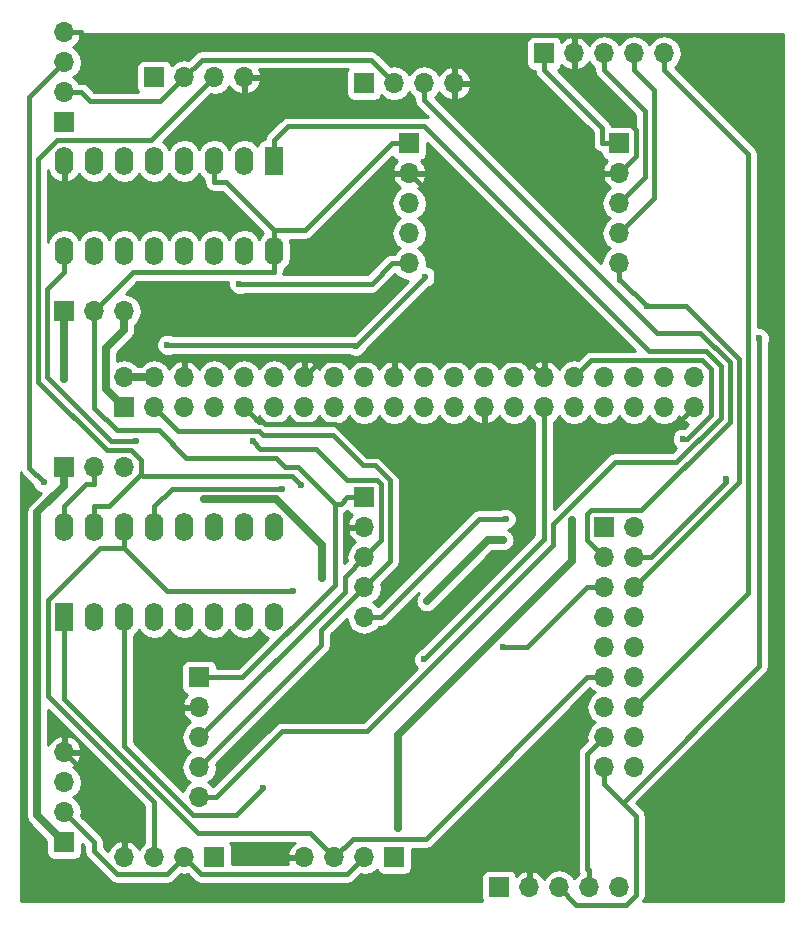
<source format=gbr>
G04 #@! TF.FileFunction,Copper,L1,Top,Signal*
%FSLAX46Y46*%
G04 Gerber Fmt 4.6, Leading zero omitted, Abs format (unit mm)*
G04 Created by KiCad (PCBNEW 4.0.4-stable) date 04/16/17 22:08:56*
%MOMM*%
%LPD*%
G01*
G04 APERTURE LIST*
%ADD10C,0.100000*%
%ADD11R,1.700000X1.700000*%
%ADD12O,1.700000X1.700000*%
%ADD13R,1.600000X2.400000*%
%ADD14O,1.600000X2.400000*%
%ADD15C,0.600000*%
%ADD16C,0.635000*%
%ADD17C,0.381000*%
%ADD18C,0.254000*%
G04 APERTURE END LIST*
D10*
D11*
X121920000Y-65532000D03*
D12*
X124460000Y-65532000D03*
X127000000Y-65532000D03*
D11*
X121920000Y-78740000D03*
D12*
X124460000Y-78740000D03*
X127000000Y-78740000D03*
D11*
X127000000Y-73660000D03*
D12*
X127000000Y-71120000D03*
X129540000Y-73660000D03*
X129540000Y-71120000D03*
X132080000Y-73660000D03*
X132080000Y-71120000D03*
X134620000Y-73660000D03*
X134620000Y-71120000D03*
X137160000Y-73660000D03*
X137160000Y-71120000D03*
X139700000Y-73660000D03*
X139700000Y-71120000D03*
X142240000Y-73660000D03*
X142240000Y-71120000D03*
X144780000Y-73660000D03*
X144780000Y-71120000D03*
X147320000Y-73660000D03*
X147320000Y-71120000D03*
X149860000Y-73660000D03*
X149860000Y-71120000D03*
X152400000Y-73660000D03*
X152400000Y-71120000D03*
X154940000Y-73660000D03*
X154940000Y-71120000D03*
X157480000Y-73660000D03*
X157480000Y-71120000D03*
X160020000Y-73660000D03*
X160020000Y-71120000D03*
X162560000Y-73660000D03*
X162560000Y-71120000D03*
X165100000Y-73660000D03*
X165100000Y-71120000D03*
X167640000Y-73660000D03*
X167640000Y-71120000D03*
X170180000Y-73660000D03*
X170180000Y-71120000D03*
X172720000Y-73660000D03*
X172720000Y-71120000D03*
X175260000Y-73660000D03*
X175260000Y-71120000D03*
D11*
X147320000Y-46228000D03*
D12*
X149860000Y-46228000D03*
X152400000Y-46228000D03*
X154940000Y-46228000D03*
D11*
X134620000Y-111760000D03*
D12*
X132080000Y-111760000D03*
X129540000Y-111760000D03*
X127000000Y-111760000D03*
D11*
X129540000Y-45720000D03*
D12*
X132080000Y-45720000D03*
X134620000Y-45720000D03*
X137160000Y-45720000D03*
D11*
X121920000Y-49530000D03*
D12*
X121920000Y-46990000D03*
X121920000Y-44450000D03*
X121920000Y-41910000D03*
D11*
X149860000Y-111760000D03*
D12*
X147320000Y-111760000D03*
X144780000Y-111760000D03*
X142240000Y-111760000D03*
D11*
X121920000Y-110490000D03*
D12*
X121920000Y-107950000D03*
X121920000Y-105410000D03*
X121920000Y-102870000D03*
D13*
X139700000Y-52832000D03*
D14*
X121920000Y-60452000D03*
X137160000Y-52832000D03*
X124460000Y-60452000D03*
X134620000Y-52832000D03*
X127000000Y-60452000D03*
X132080000Y-52832000D03*
X129540000Y-60452000D03*
X129540000Y-52832000D03*
X132080000Y-60452000D03*
X127000000Y-52832000D03*
X134620000Y-60452000D03*
X124460000Y-52832000D03*
X137160000Y-60452000D03*
X121920000Y-52832000D03*
X139700000Y-60452000D03*
D11*
X151130000Y-51308000D03*
D12*
X151130000Y-53848000D03*
X151130000Y-56388000D03*
X151130000Y-58928000D03*
X151130000Y-61468000D03*
D11*
X168910000Y-51308000D03*
D12*
X168910000Y-53848000D03*
X168910000Y-56388000D03*
X168910000Y-58928000D03*
X168910000Y-61468000D03*
D11*
X147320000Y-81280000D03*
D12*
X147320000Y-83820000D03*
X147320000Y-86360000D03*
X147320000Y-88900000D03*
X147320000Y-91440000D03*
D11*
X158750000Y-114300000D03*
D12*
X161290000Y-114300000D03*
X163830000Y-114300000D03*
X166370000Y-114300000D03*
X168910000Y-114300000D03*
D11*
X133350000Y-96520000D03*
D12*
X133350000Y-99060000D03*
X133350000Y-101600000D03*
X133350000Y-104140000D03*
X133350000Y-106680000D03*
D11*
X162560000Y-43688000D03*
D12*
X165100000Y-43688000D03*
X167640000Y-43688000D03*
X170180000Y-43688000D03*
X172720000Y-43688000D03*
D13*
X121920000Y-91440000D03*
D14*
X139700000Y-83820000D03*
X124460000Y-91440000D03*
X137160000Y-83820000D03*
X127000000Y-91440000D03*
X134620000Y-83820000D03*
X129540000Y-91440000D03*
X132080000Y-83820000D03*
X132080000Y-91440000D03*
X129540000Y-83820000D03*
X134620000Y-91440000D03*
X127000000Y-83820000D03*
X137160000Y-91440000D03*
X124460000Y-83820000D03*
X139700000Y-91440000D03*
X121920000Y-83820000D03*
D11*
X167640000Y-83820000D03*
D12*
X170180000Y-83820000D03*
X167640000Y-86360000D03*
X170180000Y-86360000D03*
X167640000Y-88900000D03*
X170180000Y-88900000D03*
X167640000Y-91440000D03*
X170180000Y-91440000D03*
X167640000Y-93980000D03*
X170180000Y-93980000D03*
X167640000Y-96520000D03*
X170180000Y-96520000D03*
X167640000Y-99060000D03*
X170180000Y-99060000D03*
X167640000Y-101600000D03*
X170180000Y-101600000D03*
X167640000Y-104140000D03*
X170180000Y-104140000D03*
D15*
X121920000Y-71268300D03*
X164903300Y-83201200D03*
X150147700Y-109255200D03*
X159113800Y-84899900D03*
X152612300Y-90078700D03*
X143740000Y-88095700D03*
X133730700Y-81426600D03*
X180745000Y-67800000D03*
X137881400Y-76541700D03*
X128993500Y-99821300D03*
X150605500Y-83820000D03*
X164207400Y-75246400D03*
X127478200Y-46879800D03*
X165269900Y-105883700D03*
X128028900Y-76491600D03*
X146607100Y-68455100D03*
X152510400Y-62610300D03*
X130656800Y-68371900D03*
X152377100Y-94966500D03*
X174288600Y-76331800D03*
X138754800Y-105863600D03*
X140384900Y-80537300D03*
X159036600Y-93967400D03*
X141261700Y-89179200D03*
X141954000Y-80216100D03*
X120188200Y-80024300D03*
X177941800Y-79728800D03*
X136753900Y-63230600D03*
X171256300Y-65122700D03*
X159301900Y-83130200D03*
D16*
X127000000Y-71120000D02*
X129540000Y-71120000D01*
X119640800Y-82568000D02*
X121920000Y-80288800D01*
X119640800Y-108210800D02*
X119640800Y-82568000D01*
X121920000Y-110490000D02*
X119640800Y-108210800D01*
X121920000Y-78740000D02*
X121920000Y-80288800D01*
X121920000Y-65532000D02*
X121920000Y-71268300D01*
X150147700Y-101443800D02*
X150147700Y-109255200D01*
X164903300Y-86688200D02*
X150147700Y-101443800D01*
X164903300Y-83201200D02*
X164903300Y-86688200D01*
D17*
X147320000Y-81280000D02*
X145898200Y-81280000D01*
X139700000Y-60452000D02*
X139700000Y-62223800D01*
X127768200Y-62223800D02*
X124460000Y-65532000D01*
X139700000Y-62223800D02*
X127768200Y-62223800D01*
X145095800Y-81817600D02*
X144959400Y-81954000D01*
X145360600Y-81817600D02*
X145095800Y-81817600D01*
X145898200Y-81280000D02*
X145360600Y-81817600D01*
X136982600Y-96520000D02*
X133350000Y-96520000D01*
X144822900Y-88679700D02*
X136982600Y-96520000D01*
X144822900Y-82090500D02*
X144822900Y-88679700D01*
X144959400Y-81954000D02*
X144822900Y-82090500D01*
X141706100Y-78700800D02*
X144959400Y-81954000D01*
X140628100Y-78700800D02*
X141706100Y-78700800D01*
X139865900Y-77938600D02*
X140628100Y-78700800D01*
X132245400Y-77938600D02*
X139865900Y-77938600D01*
X129919100Y-75612300D02*
X132245400Y-77938600D01*
X126366100Y-75612300D02*
X129919100Y-75612300D01*
X124460000Y-73706200D02*
X126366100Y-75612300D01*
X124460000Y-65532000D02*
X124460000Y-73706200D01*
X142336000Y-58680200D02*
X139700000Y-58680200D01*
X149708200Y-51308000D02*
X142336000Y-58680200D01*
X151130000Y-51308000D02*
X149708200Y-51308000D01*
X139700000Y-60452000D02*
X139700000Y-58870800D01*
X139700000Y-58870800D02*
X139700000Y-58680200D01*
X135623600Y-54603800D02*
X134620000Y-54603800D01*
X139700000Y-58680200D02*
X135623600Y-54603800D01*
X134620000Y-52832000D02*
X134620000Y-54603800D01*
X167488200Y-50038000D02*
X167488200Y-51308000D01*
X162560000Y-45109800D02*
X167488200Y-50038000D01*
X162560000Y-43688000D02*
X162560000Y-45109800D01*
X168910000Y-51308000D02*
X167488200Y-51308000D01*
D16*
X143740000Y-85321800D02*
X143740000Y-88095700D01*
X139844800Y-81426600D02*
X143740000Y-85321800D01*
X133730700Y-81426600D02*
X139844800Y-81426600D01*
X125447500Y-68633300D02*
X127000000Y-67080800D01*
X125447500Y-72107500D02*
X125447500Y-68633300D01*
X127000000Y-73660000D02*
X125447500Y-72107500D01*
X127000000Y-65532000D02*
X127000000Y-67080800D01*
X157791100Y-84899900D02*
X152612300Y-90078700D01*
X159113800Y-84899900D02*
X157791100Y-84899900D01*
D17*
X123806400Y-80161800D02*
X124460000Y-80161800D01*
X121920000Y-82048200D02*
X123806400Y-80161800D01*
X121920000Y-83820000D02*
X121920000Y-82048200D01*
X124460000Y-78740000D02*
X124460000Y-80161800D01*
X166212800Y-112721000D02*
X166370000Y-112878200D01*
X166212800Y-103027200D02*
X166212800Y-112721000D01*
X167640000Y-101600000D02*
X166212800Y-103027200D01*
X166370000Y-114300000D02*
X166370000Y-112878200D01*
X143674700Y-92545300D02*
X147320000Y-88900000D01*
X143674700Y-93815300D02*
X143674700Y-92545300D01*
X133350000Y-104140000D02*
X143674700Y-93815300D01*
X171879400Y-46809200D02*
X170180000Y-45109800D01*
X171879400Y-55958600D02*
X171879400Y-46809200D01*
X168910000Y-58928000D02*
X171879400Y-55958600D01*
X170180000Y-43688000D02*
X170180000Y-45109800D01*
X131529200Y-75649200D02*
X129540000Y-73660000D01*
X138404300Y-75649200D02*
X131529200Y-75649200D01*
X138775400Y-76020300D02*
X138404300Y-75649200D01*
X144650800Y-76020300D02*
X138775400Y-76020300D01*
X147199000Y-78568500D02*
X144650800Y-76020300D01*
X148277000Y-78568500D02*
X147199000Y-78568500D01*
X149542800Y-79834300D02*
X148277000Y-78568500D01*
X149542800Y-86677200D02*
X149542800Y-79834300D01*
X147320000Y-88900000D02*
X149542800Y-86677200D01*
X171117000Y-48586800D02*
X167640000Y-45109800D01*
X171117000Y-54181000D02*
X171117000Y-48586800D01*
X168910000Y-56388000D02*
X171117000Y-54181000D01*
X167640000Y-43688000D02*
X167640000Y-45109800D01*
X167640000Y-104140000D02*
X167640000Y-105561800D01*
X180745000Y-95588100D02*
X169205700Y-107127400D01*
X180745000Y-67800000D02*
X180745000Y-95588100D01*
X167640000Y-105561800D02*
X169205700Y-107127400D01*
X165298900Y-115768900D02*
X163830000Y-114300000D01*
X169499800Y-115768900D02*
X165298900Y-115768900D01*
X170339500Y-114929200D02*
X169499800Y-115768900D01*
X170339500Y-108261300D02*
X170339500Y-114929200D01*
X169205700Y-107127400D02*
X170339500Y-108261300D01*
X138515900Y-77176200D02*
X137881400Y-76541700D01*
X143216200Y-77176200D02*
X138515900Y-77176200D01*
X145898100Y-79858100D02*
X143216200Y-77176200D01*
X148407500Y-79858100D02*
X145898100Y-79858100D01*
X148741900Y-80192500D02*
X148407500Y-79858100D01*
X148741900Y-84938100D02*
X148741900Y-80192500D01*
X147320000Y-86360000D02*
X148741900Y-84938100D01*
X145672700Y-88007300D02*
X147320000Y-86360000D01*
X145672700Y-89277300D02*
X145672700Y-88007300D01*
X133350000Y-101600000D02*
X145672700Y-89277300D01*
X127000000Y-107950000D02*
X127000000Y-111760000D01*
X121920000Y-102870000D02*
X127000000Y-107950000D01*
X149860000Y-71120000D02*
X149860000Y-69698200D01*
X131166900Y-99821300D02*
X131928200Y-99060000D01*
X128993500Y-99821300D02*
X131166900Y-99821300D01*
X133350000Y-99060000D02*
X131928200Y-99060000D01*
X143661800Y-69698200D02*
X142240000Y-71120000D01*
X149860000Y-69698200D02*
X143661800Y-69698200D01*
X157480000Y-73660000D02*
X157480000Y-75081800D01*
X173673600Y-75246400D02*
X175260000Y-73660000D01*
X164207400Y-75246400D02*
X173673600Y-75246400D01*
X165247300Y-45109800D02*
X165100000Y-45109800D01*
X170331900Y-50194400D02*
X165247300Y-45109800D01*
X170331900Y-52426100D02*
X170331900Y-50194400D01*
X168910000Y-53848000D02*
X170331900Y-52426100D01*
X165100000Y-43688000D02*
X165100000Y-45109800D01*
X157446000Y-75081800D02*
X151657200Y-80870600D01*
X157480000Y-75081800D02*
X157446000Y-75081800D01*
X150605500Y-81922300D02*
X150605500Y-83820000D01*
X151657200Y-80870600D02*
X150605500Y-81922300D01*
X138386900Y-74886900D02*
X137160000Y-73660000D01*
X138720000Y-74886900D02*
X138386900Y-74886900D01*
X138943800Y-75110700D02*
X138720000Y-74886900D01*
X144863200Y-75110700D02*
X138943800Y-75110700D01*
X147558700Y-77806200D02*
X144863200Y-75110700D01*
X148592700Y-77806200D02*
X147558700Y-77806200D01*
X151657200Y-80870600D02*
X148592700Y-77806200D01*
X123341800Y-42743400D02*
X123341800Y-41910000D01*
X127478200Y-46879800D02*
X123341800Y-42743400D01*
X121920000Y-41910000D02*
X123341800Y-41910000D01*
X153382200Y-56100200D02*
X151130000Y-53848000D01*
X153382200Y-69698200D02*
X153382200Y-56100200D01*
X161138200Y-69698200D02*
X153382200Y-69698200D01*
X162560000Y-71120000D02*
X161138200Y-69698200D01*
X153382200Y-69698200D02*
X149860000Y-69698200D01*
X165269900Y-108898300D02*
X161290000Y-112878200D01*
X165269900Y-105883700D02*
X165269900Y-108898300D01*
X161290000Y-114300000D02*
X161290000Y-112878200D01*
X125863500Y-76491600D02*
X128028900Y-76491600D01*
X120489700Y-71117800D02*
X125863500Y-76491600D01*
X120489700Y-63654100D02*
X120489700Y-71117800D01*
X121920000Y-62223800D02*
X120489700Y-63654100D01*
X121920000Y-60452000D02*
X121920000Y-62223800D01*
X146665600Y-68455100D02*
X146607100Y-68455100D01*
X152510400Y-62610300D02*
X146665600Y-68455100D01*
X146523900Y-68371900D02*
X146607100Y-68455100D01*
X130656800Y-68371900D02*
X146523900Y-68371900D01*
X162560000Y-73660000D02*
X162560000Y-75081800D01*
X162560000Y-84783600D02*
X162560000Y-75081800D01*
X152377100Y-94966500D02*
X162560000Y-84783600D01*
X174626000Y-76331800D02*
X174288600Y-76331800D01*
X176684100Y-74273700D02*
X174626000Y-76331800D01*
X176684100Y-70446800D02*
X176684100Y-74273700D01*
X175935400Y-69698100D02*
X176684100Y-70446800D01*
X166521900Y-69698100D02*
X175935400Y-69698100D01*
X165100000Y-71120000D02*
X166521900Y-69698100D01*
X136451800Y-108166600D02*
X138754800Y-105863600D01*
X132825800Y-108166600D02*
X136451800Y-108166600D01*
X127000000Y-102340800D02*
X132825800Y-108166600D01*
X127000000Y-91440000D02*
X127000000Y-102340800D01*
X121920000Y-46990000D02*
X123341800Y-46990000D01*
X147863300Y-44231300D02*
X149860000Y-46228000D01*
X133568700Y-44231300D02*
X147863300Y-44231300D01*
X132080000Y-45720000D02*
X133568700Y-44231300D01*
X133501900Y-113181900D02*
X132080000Y-111760000D01*
X145898100Y-113181900D02*
X133501900Y-113181900D01*
X147320000Y-111760000D02*
X145898100Y-113181900D01*
X130658100Y-113181900D02*
X132080000Y-111760000D01*
X126394700Y-113181900D02*
X130658100Y-113181900D01*
X124460000Y-111247200D02*
X126394700Y-113181900D01*
X124460000Y-110490000D02*
X124460000Y-111247200D01*
X121920000Y-107950000D02*
X124460000Y-110490000D01*
X130048400Y-47751600D02*
X132080000Y-45720000D01*
X124103400Y-47751600D02*
X130048400Y-47751600D01*
X123341800Y-46990000D02*
X124103400Y-47751600D01*
X129540000Y-83820000D02*
X129540000Y-82048200D01*
X131050900Y-80537300D02*
X140384900Y-80537300D01*
X129540000Y-82048200D02*
X131050900Y-80537300D01*
X172102200Y-67352000D02*
X152400000Y-47649800D01*
X175762100Y-67352000D02*
X172102200Y-67352000D01*
X178269300Y-69859200D02*
X175762100Y-67352000D01*
X178269300Y-74898500D02*
X178269300Y-69859200D01*
X170769700Y-82398100D02*
X178269300Y-74898500D01*
X166545200Y-82398100D02*
X170769700Y-82398100D01*
X166218100Y-82725200D02*
X166545200Y-82398100D01*
X166218100Y-84938100D02*
X166218100Y-82725200D01*
X167640000Y-86360000D02*
X166218100Y-84938100D01*
X152400000Y-46228000D02*
X152400000Y-47649800D01*
X130587400Y-89179200D02*
X127000000Y-85591800D01*
X141261700Y-89179200D02*
X130587400Y-89179200D01*
X167640000Y-88900000D02*
X166218200Y-88900000D01*
X127000000Y-83820000D02*
X127000000Y-85401200D01*
X127000000Y-85401200D02*
X127000000Y-85591800D01*
X129540000Y-107097500D02*
X129540000Y-111760000D01*
X120548100Y-98105600D02*
X129540000Y-107097500D01*
X120548100Y-90003100D02*
X120548100Y-98105600D01*
X124959400Y-85591800D02*
X120548100Y-90003100D01*
X127000000Y-85591800D02*
X124959400Y-85591800D01*
X161150800Y-93967400D02*
X159036600Y-93967400D01*
X166218200Y-88900000D02*
X161150800Y-93967400D01*
X124460000Y-83820000D02*
X124460000Y-82048200D01*
X125705200Y-82048200D02*
X128436100Y-79317300D01*
X124460000Y-82048200D02*
X125705200Y-82048200D01*
X141201100Y-79463200D02*
X141954000Y-80216100D01*
X128582000Y-79463200D02*
X141201100Y-79463200D01*
X128436100Y-79317300D02*
X128582000Y-79463200D01*
X129279800Y-51060200D02*
X134620000Y-45720000D01*
X121329000Y-51060200D02*
X129279800Y-51060200D01*
X119725500Y-52663700D02*
X121329000Y-51060200D01*
X119725500Y-71530900D02*
X119725500Y-52663700D01*
X125512700Y-77318100D02*
X119725500Y-71530900D01*
X127595500Y-77318100D02*
X125512700Y-77318100D01*
X128436100Y-78158700D02*
X127595500Y-77318100D01*
X128436100Y-79317300D02*
X128436100Y-78158700D01*
X118960000Y-78796100D02*
X120188200Y-80024300D01*
X118960000Y-47410000D02*
X118960000Y-78796100D01*
X121920000Y-44450000D02*
X118960000Y-47410000D01*
X121920000Y-91440000D02*
X121920000Y-93211800D01*
X121920000Y-98399300D02*
X121920000Y-93211800D01*
X133212000Y-109691300D02*
X121920000Y-98399300D01*
X142711300Y-109691300D02*
X133212000Y-109691300D01*
X144780000Y-111760000D02*
X142711300Y-109691300D01*
X146347400Y-110192600D02*
X144780000Y-111760000D01*
X152545600Y-110192600D02*
X146347400Y-110192600D01*
X166218200Y-96520000D02*
X152545600Y-110192600D01*
X167640000Y-96520000D02*
X166218200Y-96520000D01*
X139700000Y-52832000D02*
X139700000Y-51060200D01*
X133350000Y-106680000D02*
X134771800Y-106680000D01*
X140343800Y-101108000D02*
X134771800Y-106680000D01*
X147564600Y-101108000D02*
X140343800Y-101108000D01*
X163342000Y-85330600D02*
X147564600Y-101108000D01*
X163342000Y-83504000D02*
X163342000Y-85330600D01*
X168551700Y-78294300D02*
X163342000Y-83504000D01*
X173741700Y-78294300D02*
X168551700Y-78294300D01*
X177505200Y-74530800D02*
X173741700Y-78294300D01*
X177505200Y-70189700D02*
X177505200Y-74530800D01*
X176248200Y-68932700D02*
X177505200Y-70189700D01*
X171455500Y-68932700D02*
X176248200Y-68932700D01*
X152408900Y-49886100D02*
X171455500Y-68932700D01*
X140874100Y-49886100D02*
X152408900Y-49886100D01*
X139700000Y-51060200D02*
X140874100Y-49886100D01*
X179848600Y-52238400D02*
X172720000Y-45109800D01*
X179848600Y-89391400D02*
X179848600Y-52238400D01*
X170180000Y-99060000D02*
X179848600Y-89391400D01*
X172720000Y-43688000D02*
X172720000Y-45109800D01*
X170180000Y-86360000D02*
X171601800Y-86360000D01*
X151130000Y-61468000D02*
X149708200Y-61468000D01*
X177941800Y-80020000D02*
X171601800Y-86360000D01*
X177941800Y-79728800D02*
X177941800Y-80020000D01*
X147945600Y-63230600D02*
X136753900Y-63230600D01*
X149708200Y-61468000D02*
X147945600Y-63230600D01*
X174611000Y-65122700D02*
X171256300Y-65122700D01*
X179086200Y-69597900D02*
X174611000Y-65122700D01*
X179086200Y-79993800D02*
X179086200Y-69597900D01*
X170180000Y-88900000D02*
X179086200Y-79993800D01*
X168910000Y-61468000D02*
X168910000Y-62889800D01*
X169023400Y-62889800D02*
X168910000Y-62889800D01*
X171256300Y-65122700D02*
X169023400Y-62889800D01*
X157051600Y-83130200D02*
X148741800Y-91440000D01*
X159301900Y-83130200D02*
X157051600Y-83130200D01*
X147320000Y-91440000D02*
X148741800Y-91440000D01*
D18*
G36*
X182753000Y-115443000D02*
X170969934Y-115443000D01*
X171102163Y-115245106D01*
X171165000Y-114929200D01*
X171165000Y-108261300D01*
X171134181Y-108106359D01*
X171102177Y-107945428D01*
X171102166Y-107945412D01*
X171102163Y-107945395D01*
X171010298Y-107807910D01*
X170923242Y-107677609D01*
X170923219Y-107677586D01*
X170923217Y-107677583D01*
X170923214Y-107677581D01*
X170373108Y-107127426D01*
X181328714Y-96171819D01*
X181328717Y-96171817D01*
X181507663Y-95904005D01*
X181508129Y-95901662D01*
X181570501Y-95588100D01*
X181570500Y-95588095D01*
X181570500Y-68250113D01*
X181679838Y-67986799D01*
X181680162Y-67614833D01*
X181538117Y-67271057D01*
X181275327Y-67007808D01*
X180931799Y-66865162D01*
X180674100Y-66864938D01*
X180674100Y-52238405D01*
X180674101Y-52238400D01*
X180611263Y-51922495D01*
X180432317Y-51654683D01*
X173635013Y-44857379D01*
X173770054Y-44767147D01*
X174091961Y-44285378D01*
X174205000Y-43717093D01*
X174205000Y-43658907D01*
X174091961Y-43090622D01*
X173770054Y-42608853D01*
X173288285Y-42286946D01*
X172720000Y-42173907D01*
X172151715Y-42286946D01*
X171669946Y-42608853D01*
X171450000Y-42938026D01*
X171230054Y-42608853D01*
X170748285Y-42286946D01*
X170180000Y-42173907D01*
X169611715Y-42286946D01*
X169129946Y-42608853D01*
X168910000Y-42938026D01*
X168690054Y-42608853D01*
X168208285Y-42286946D01*
X167640000Y-42173907D01*
X167071715Y-42286946D01*
X166589946Y-42608853D01*
X166362298Y-42949553D01*
X166295183Y-42806642D01*
X165866924Y-42416355D01*
X165456890Y-42246524D01*
X165227000Y-42367845D01*
X165227000Y-43561000D01*
X165247000Y-43561000D01*
X165247000Y-43815000D01*
X165227000Y-43815000D01*
X165227000Y-45008155D01*
X165456890Y-45129476D01*
X165866924Y-44959645D01*
X166295183Y-44569358D01*
X166362298Y-44426447D01*
X166589946Y-44767147D01*
X166814500Y-44917189D01*
X166814500Y-45109800D01*
X166877337Y-45425706D01*
X167056283Y-45693517D01*
X170291500Y-48928733D01*
X170291500Y-50111317D01*
X170224090Y-50006559D01*
X170011890Y-49861569D01*
X169760000Y-49810560D01*
X168268460Y-49810560D01*
X168250863Y-49722094D01*
X168149366Y-49570194D01*
X168071917Y-49454283D01*
X168071914Y-49454281D01*
X163714365Y-45096731D01*
X163861441Y-45002090D01*
X164006431Y-44789890D01*
X164028301Y-44681893D01*
X164333076Y-44959645D01*
X164743110Y-45129476D01*
X164973000Y-45008155D01*
X164973000Y-43815000D01*
X164953000Y-43815000D01*
X164953000Y-43561000D01*
X164973000Y-43561000D01*
X164973000Y-42367845D01*
X164743110Y-42246524D01*
X164333076Y-42416355D01*
X164030063Y-42692501D01*
X164013162Y-42602683D01*
X163874090Y-42386559D01*
X163661890Y-42241569D01*
X163410000Y-42190560D01*
X161710000Y-42190560D01*
X161474683Y-42234838D01*
X161258559Y-42373910D01*
X161113569Y-42586110D01*
X161062560Y-42838000D01*
X161062560Y-44538000D01*
X161106838Y-44773317D01*
X161245910Y-44989441D01*
X161458110Y-45134431D01*
X161710000Y-45185440D01*
X161749546Y-45185440D01*
X161797337Y-45425706D01*
X161976283Y-45693517D01*
X166662700Y-50379933D01*
X166662700Y-51308000D01*
X166725537Y-51623905D01*
X166904483Y-51891717D01*
X167172295Y-52070663D01*
X167412560Y-52118454D01*
X167412560Y-52158000D01*
X167456838Y-52393317D01*
X167595910Y-52609441D01*
X167808110Y-52754431D01*
X167916107Y-52776301D01*
X167638355Y-53081076D01*
X167468524Y-53491110D01*
X167589845Y-53721000D01*
X168783000Y-53721000D01*
X168783000Y-53701000D01*
X169037000Y-53701000D01*
X169037000Y-53721000D01*
X169057000Y-53721000D01*
X169057000Y-53975000D01*
X169037000Y-53975000D01*
X169037000Y-53995000D01*
X168783000Y-53995000D01*
X168783000Y-53975000D01*
X167589845Y-53975000D01*
X167468524Y-54204890D01*
X167638355Y-54614924D01*
X168028642Y-55043183D01*
X168171553Y-55110298D01*
X167830853Y-55337946D01*
X167508946Y-55819715D01*
X167395907Y-56388000D01*
X167508946Y-56956285D01*
X167830853Y-57438054D01*
X168160026Y-57658000D01*
X167830853Y-57877946D01*
X167508946Y-58359715D01*
X167395907Y-58928000D01*
X167508946Y-59496285D01*
X167830853Y-59978054D01*
X168160026Y-60198000D01*
X167830853Y-60417946D01*
X167508946Y-60899715D01*
X167395907Y-61468000D01*
X167398458Y-61480825D01*
X153315013Y-47397379D01*
X153450054Y-47307147D01*
X153677702Y-46966447D01*
X153744817Y-47109358D01*
X154173076Y-47499645D01*
X154583110Y-47669476D01*
X154813000Y-47548155D01*
X154813000Y-46355000D01*
X155067000Y-46355000D01*
X155067000Y-47548155D01*
X155296890Y-47669476D01*
X155706924Y-47499645D01*
X156135183Y-47109358D01*
X156381486Y-46584892D01*
X156260819Y-46355000D01*
X155067000Y-46355000D01*
X154813000Y-46355000D01*
X154793000Y-46355000D01*
X154793000Y-46101000D01*
X154813000Y-46101000D01*
X154813000Y-44907845D01*
X155067000Y-44907845D01*
X155067000Y-46101000D01*
X156260819Y-46101000D01*
X156381486Y-45871108D01*
X156135183Y-45346642D01*
X155706924Y-44956355D01*
X155296890Y-44786524D01*
X155067000Y-44907845D01*
X154813000Y-44907845D01*
X154583110Y-44786524D01*
X154173076Y-44956355D01*
X153744817Y-45346642D01*
X153677702Y-45489553D01*
X153450054Y-45148853D01*
X152968285Y-44826946D01*
X152400000Y-44713907D01*
X151831715Y-44826946D01*
X151349946Y-45148853D01*
X151130000Y-45478026D01*
X150910054Y-45148853D01*
X150428285Y-44826946D01*
X149860000Y-44713907D01*
X149570855Y-44771422D01*
X148447017Y-43647583D01*
X148179206Y-43468637D01*
X147863300Y-43405800D01*
X133568705Y-43405800D01*
X133568700Y-43405799D01*
X133252795Y-43468637D01*
X132984983Y-43647583D01*
X132984981Y-43647586D01*
X132369145Y-44263422D01*
X132080000Y-44205907D01*
X131511715Y-44318946D01*
X131029946Y-44640853D01*
X131002150Y-44682452D01*
X130993162Y-44634683D01*
X130854090Y-44418559D01*
X130641890Y-44273569D01*
X130390000Y-44222560D01*
X128690000Y-44222560D01*
X128454683Y-44266838D01*
X128238559Y-44405910D01*
X128093569Y-44618110D01*
X128042560Y-44870000D01*
X128042560Y-46570000D01*
X128086838Y-46805317D01*
X128164560Y-46926100D01*
X124445334Y-46926100D01*
X123925517Y-46406283D01*
X123657706Y-46227337D01*
X123341800Y-46164500D01*
X123149189Y-46164500D01*
X122999147Y-45939946D01*
X122669974Y-45720000D01*
X122999147Y-45500054D01*
X123321054Y-45018285D01*
X123434093Y-44450000D01*
X123321054Y-43881715D01*
X122999147Y-43399946D01*
X122658447Y-43172298D01*
X122801358Y-43105183D01*
X123191645Y-42676924D01*
X123361476Y-42266890D01*
X123240156Y-42037002D01*
X123405000Y-42037002D01*
X123405000Y-42037000D01*
X182753000Y-42037000D01*
X182753000Y-115443000D01*
X182753000Y-115443000D01*
G37*
X182753000Y-115443000D02*
X170969934Y-115443000D01*
X171102163Y-115245106D01*
X171165000Y-114929200D01*
X171165000Y-108261300D01*
X171134181Y-108106359D01*
X171102177Y-107945428D01*
X171102166Y-107945412D01*
X171102163Y-107945395D01*
X171010298Y-107807910D01*
X170923242Y-107677609D01*
X170923219Y-107677586D01*
X170923217Y-107677583D01*
X170923214Y-107677581D01*
X170373108Y-107127426D01*
X181328714Y-96171819D01*
X181328717Y-96171817D01*
X181507663Y-95904005D01*
X181508129Y-95901662D01*
X181570501Y-95588100D01*
X181570500Y-95588095D01*
X181570500Y-68250113D01*
X181679838Y-67986799D01*
X181680162Y-67614833D01*
X181538117Y-67271057D01*
X181275327Y-67007808D01*
X180931799Y-66865162D01*
X180674100Y-66864938D01*
X180674100Y-52238405D01*
X180674101Y-52238400D01*
X180611263Y-51922495D01*
X180432317Y-51654683D01*
X173635013Y-44857379D01*
X173770054Y-44767147D01*
X174091961Y-44285378D01*
X174205000Y-43717093D01*
X174205000Y-43658907D01*
X174091961Y-43090622D01*
X173770054Y-42608853D01*
X173288285Y-42286946D01*
X172720000Y-42173907D01*
X172151715Y-42286946D01*
X171669946Y-42608853D01*
X171450000Y-42938026D01*
X171230054Y-42608853D01*
X170748285Y-42286946D01*
X170180000Y-42173907D01*
X169611715Y-42286946D01*
X169129946Y-42608853D01*
X168910000Y-42938026D01*
X168690054Y-42608853D01*
X168208285Y-42286946D01*
X167640000Y-42173907D01*
X167071715Y-42286946D01*
X166589946Y-42608853D01*
X166362298Y-42949553D01*
X166295183Y-42806642D01*
X165866924Y-42416355D01*
X165456890Y-42246524D01*
X165227000Y-42367845D01*
X165227000Y-43561000D01*
X165247000Y-43561000D01*
X165247000Y-43815000D01*
X165227000Y-43815000D01*
X165227000Y-45008155D01*
X165456890Y-45129476D01*
X165866924Y-44959645D01*
X166295183Y-44569358D01*
X166362298Y-44426447D01*
X166589946Y-44767147D01*
X166814500Y-44917189D01*
X166814500Y-45109800D01*
X166877337Y-45425706D01*
X167056283Y-45693517D01*
X170291500Y-48928733D01*
X170291500Y-50111317D01*
X170224090Y-50006559D01*
X170011890Y-49861569D01*
X169760000Y-49810560D01*
X168268460Y-49810560D01*
X168250863Y-49722094D01*
X168149366Y-49570194D01*
X168071917Y-49454283D01*
X168071914Y-49454281D01*
X163714365Y-45096731D01*
X163861441Y-45002090D01*
X164006431Y-44789890D01*
X164028301Y-44681893D01*
X164333076Y-44959645D01*
X164743110Y-45129476D01*
X164973000Y-45008155D01*
X164973000Y-43815000D01*
X164953000Y-43815000D01*
X164953000Y-43561000D01*
X164973000Y-43561000D01*
X164973000Y-42367845D01*
X164743110Y-42246524D01*
X164333076Y-42416355D01*
X164030063Y-42692501D01*
X164013162Y-42602683D01*
X163874090Y-42386559D01*
X163661890Y-42241569D01*
X163410000Y-42190560D01*
X161710000Y-42190560D01*
X161474683Y-42234838D01*
X161258559Y-42373910D01*
X161113569Y-42586110D01*
X161062560Y-42838000D01*
X161062560Y-44538000D01*
X161106838Y-44773317D01*
X161245910Y-44989441D01*
X161458110Y-45134431D01*
X161710000Y-45185440D01*
X161749546Y-45185440D01*
X161797337Y-45425706D01*
X161976283Y-45693517D01*
X166662700Y-50379933D01*
X166662700Y-51308000D01*
X166725537Y-51623905D01*
X166904483Y-51891717D01*
X167172295Y-52070663D01*
X167412560Y-52118454D01*
X167412560Y-52158000D01*
X167456838Y-52393317D01*
X167595910Y-52609441D01*
X167808110Y-52754431D01*
X167916107Y-52776301D01*
X167638355Y-53081076D01*
X167468524Y-53491110D01*
X167589845Y-53721000D01*
X168783000Y-53721000D01*
X168783000Y-53701000D01*
X169037000Y-53701000D01*
X169037000Y-53721000D01*
X169057000Y-53721000D01*
X169057000Y-53975000D01*
X169037000Y-53975000D01*
X169037000Y-53995000D01*
X168783000Y-53995000D01*
X168783000Y-53975000D01*
X167589845Y-53975000D01*
X167468524Y-54204890D01*
X167638355Y-54614924D01*
X168028642Y-55043183D01*
X168171553Y-55110298D01*
X167830853Y-55337946D01*
X167508946Y-55819715D01*
X167395907Y-56388000D01*
X167508946Y-56956285D01*
X167830853Y-57438054D01*
X168160026Y-57658000D01*
X167830853Y-57877946D01*
X167508946Y-58359715D01*
X167395907Y-58928000D01*
X167508946Y-59496285D01*
X167830853Y-59978054D01*
X168160026Y-60198000D01*
X167830853Y-60417946D01*
X167508946Y-60899715D01*
X167395907Y-61468000D01*
X167398458Y-61480825D01*
X153315013Y-47397379D01*
X153450054Y-47307147D01*
X153677702Y-46966447D01*
X153744817Y-47109358D01*
X154173076Y-47499645D01*
X154583110Y-47669476D01*
X154813000Y-47548155D01*
X154813000Y-46355000D01*
X155067000Y-46355000D01*
X155067000Y-47548155D01*
X155296890Y-47669476D01*
X155706924Y-47499645D01*
X156135183Y-47109358D01*
X156381486Y-46584892D01*
X156260819Y-46355000D01*
X155067000Y-46355000D01*
X154813000Y-46355000D01*
X154793000Y-46355000D01*
X154793000Y-46101000D01*
X154813000Y-46101000D01*
X154813000Y-44907845D01*
X155067000Y-44907845D01*
X155067000Y-46101000D01*
X156260819Y-46101000D01*
X156381486Y-45871108D01*
X156135183Y-45346642D01*
X155706924Y-44956355D01*
X155296890Y-44786524D01*
X155067000Y-44907845D01*
X154813000Y-44907845D01*
X154583110Y-44786524D01*
X154173076Y-44956355D01*
X153744817Y-45346642D01*
X153677702Y-45489553D01*
X153450054Y-45148853D01*
X152968285Y-44826946D01*
X152400000Y-44713907D01*
X151831715Y-44826946D01*
X151349946Y-45148853D01*
X151130000Y-45478026D01*
X150910054Y-45148853D01*
X150428285Y-44826946D01*
X149860000Y-44713907D01*
X149570855Y-44771422D01*
X148447017Y-43647583D01*
X148179206Y-43468637D01*
X147863300Y-43405800D01*
X133568705Y-43405800D01*
X133568700Y-43405799D01*
X133252795Y-43468637D01*
X132984983Y-43647583D01*
X132984981Y-43647586D01*
X132369145Y-44263422D01*
X132080000Y-44205907D01*
X131511715Y-44318946D01*
X131029946Y-44640853D01*
X131002150Y-44682452D01*
X130993162Y-44634683D01*
X130854090Y-44418559D01*
X130641890Y-44273569D01*
X130390000Y-44222560D01*
X128690000Y-44222560D01*
X128454683Y-44266838D01*
X128238559Y-44405910D01*
X128093569Y-44618110D01*
X128042560Y-44870000D01*
X128042560Y-46570000D01*
X128086838Y-46805317D01*
X128164560Y-46926100D01*
X124445334Y-46926100D01*
X123925517Y-46406283D01*
X123657706Y-46227337D01*
X123341800Y-46164500D01*
X123149189Y-46164500D01*
X122999147Y-45939946D01*
X122669974Y-45720000D01*
X122999147Y-45500054D01*
X123321054Y-45018285D01*
X123434093Y-44450000D01*
X123321054Y-43881715D01*
X122999147Y-43399946D01*
X122658447Y-43172298D01*
X122801358Y-43105183D01*
X123191645Y-42676924D01*
X123361476Y-42266890D01*
X123240156Y-42037002D01*
X123405000Y-42037002D01*
X123405000Y-42037000D01*
X182753000Y-42037000D01*
X182753000Y-115443000D01*
G36*
X118376283Y-79379817D02*
X119286206Y-80289740D01*
X119395083Y-80553243D01*
X119657873Y-80816492D01*
X119931605Y-80930156D01*
X118967281Y-81894481D01*
X118760805Y-82203494D01*
X118688300Y-82568000D01*
X118688300Y-108210800D01*
X118760805Y-108575306D01*
X118967281Y-108884319D01*
X120422560Y-110339599D01*
X120422560Y-111340000D01*
X120466838Y-111575317D01*
X120605910Y-111791441D01*
X120818110Y-111936431D01*
X121070000Y-111987440D01*
X122770000Y-111987440D01*
X123005317Y-111943162D01*
X123221441Y-111804090D01*
X123366431Y-111591890D01*
X123417440Y-111340000D01*
X123417440Y-110614873D01*
X123634500Y-110831933D01*
X123634500Y-111247200D01*
X123697337Y-111563106D01*
X123876283Y-111830917D01*
X125810983Y-113765617D01*
X126078794Y-113944563D01*
X126394700Y-114007401D01*
X126394705Y-114007400D01*
X130658100Y-114007400D01*
X130974006Y-113944563D01*
X131241817Y-113765617D01*
X131790855Y-113216578D01*
X132080000Y-113274093D01*
X132369145Y-113216578D01*
X132918181Y-113765614D01*
X132918183Y-113765617D01*
X133078724Y-113872887D01*
X133185994Y-113944563D01*
X133501900Y-114007400D01*
X145898100Y-114007400D01*
X146214006Y-113944563D01*
X146481817Y-113765617D01*
X147030855Y-113216578D01*
X147320000Y-113274093D01*
X147888285Y-113161054D01*
X148370054Y-112839147D01*
X148397850Y-112797548D01*
X148406838Y-112845317D01*
X148545910Y-113061441D01*
X148758110Y-113206431D01*
X149010000Y-113257440D01*
X150710000Y-113257440D01*
X150945317Y-113213162D01*
X151161441Y-113074090D01*
X151306431Y-112861890D01*
X151357440Y-112610000D01*
X151357440Y-111018100D01*
X152545600Y-111018100D01*
X152861506Y-110955263D01*
X153129317Y-110776317D01*
X166470621Y-97435012D01*
X166560853Y-97570054D01*
X166890026Y-97790000D01*
X166560853Y-98009946D01*
X166238946Y-98491715D01*
X166125907Y-99060000D01*
X166238946Y-99628285D01*
X166560853Y-100110054D01*
X166890026Y-100330000D01*
X166560853Y-100549946D01*
X166238946Y-101031715D01*
X166125907Y-101600000D01*
X166183422Y-101889145D01*
X165629083Y-102443483D01*
X165450137Y-102711294D01*
X165438850Y-102768039D01*
X165387300Y-103027200D01*
X165387300Y-112721000D01*
X165450137Y-113036906D01*
X165494925Y-113103936D01*
X165319946Y-113220853D01*
X165100000Y-113550026D01*
X164880054Y-113220853D01*
X164398285Y-112898946D01*
X163830000Y-112785907D01*
X163261715Y-112898946D01*
X162779946Y-113220853D01*
X162552298Y-113561553D01*
X162485183Y-113418642D01*
X162056924Y-113028355D01*
X161646890Y-112858524D01*
X161417000Y-112979845D01*
X161417000Y-114173000D01*
X161437000Y-114173000D01*
X161437000Y-114427000D01*
X161417000Y-114427000D01*
X161417000Y-114447000D01*
X161163000Y-114447000D01*
X161163000Y-114427000D01*
X161143000Y-114427000D01*
X161143000Y-114173000D01*
X161163000Y-114173000D01*
X161163000Y-112979845D01*
X160933110Y-112858524D01*
X160523076Y-113028355D01*
X160220063Y-113304501D01*
X160203162Y-113214683D01*
X160064090Y-112998559D01*
X159851890Y-112853569D01*
X159600000Y-112802560D01*
X157900000Y-112802560D01*
X157664683Y-112846838D01*
X157448559Y-112985910D01*
X157303569Y-113198110D01*
X157252560Y-113450000D01*
X157252560Y-115150000D01*
X157296838Y-115385317D01*
X157333956Y-115443000D01*
X118237000Y-115443000D01*
X118237000Y-79171366D01*
X118376283Y-79379817D01*
X118376283Y-79379817D01*
G37*
X118376283Y-79379817D02*
X119286206Y-80289740D01*
X119395083Y-80553243D01*
X119657873Y-80816492D01*
X119931605Y-80930156D01*
X118967281Y-81894481D01*
X118760805Y-82203494D01*
X118688300Y-82568000D01*
X118688300Y-108210800D01*
X118760805Y-108575306D01*
X118967281Y-108884319D01*
X120422560Y-110339599D01*
X120422560Y-111340000D01*
X120466838Y-111575317D01*
X120605910Y-111791441D01*
X120818110Y-111936431D01*
X121070000Y-111987440D01*
X122770000Y-111987440D01*
X123005317Y-111943162D01*
X123221441Y-111804090D01*
X123366431Y-111591890D01*
X123417440Y-111340000D01*
X123417440Y-110614873D01*
X123634500Y-110831933D01*
X123634500Y-111247200D01*
X123697337Y-111563106D01*
X123876283Y-111830917D01*
X125810983Y-113765617D01*
X126078794Y-113944563D01*
X126394700Y-114007401D01*
X126394705Y-114007400D01*
X130658100Y-114007400D01*
X130974006Y-113944563D01*
X131241817Y-113765617D01*
X131790855Y-113216578D01*
X132080000Y-113274093D01*
X132369145Y-113216578D01*
X132918181Y-113765614D01*
X132918183Y-113765617D01*
X133078724Y-113872887D01*
X133185994Y-113944563D01*
X133501900Y-114007400D01*
X145898100Y-114007400D01*
X146214006Y-113944563D01*
X146481817Y-113765617D01*
X147030855Y-113216578D01*
X147320000Y-113274093D01*
X147888285Y-113161054D01*
X148370054Y-112839147D01*
X148397850Y-112797548D01*
X148406838Y-112845317D01*
X148545910Y-113061441D01*
X148758110Y-113206431D01*
X149010000Y-113257440D01*
X150710000Y-113257440D01*
X150945317Y-113213162D01*
X151161441Y-113074090D01*
X151306431Y-112861890D01*
X151357440Y-112610000D01*
X151357440Y-111018100D01*
X152545600Y-111018100D01*
X152861506Y-110955263D01*
X153129317Y-110776317D01*
X166470621Y-97435012D01*
X166560853Y-97570054D01*
X166890026Y-97790000D01*
X166560853Y-98009946D01*
X166238946Y-98491715D01*
X166125907Y-99060000D01*
X166238946Y-99628285D01*
X166560853Y-100110054D01*
X166890026Y-100330000D01*
X166560853Y-100549946D01*
X166238946Y-101031715D01*
X166125907Y-101600000D01*
X166183422Y-101889145D01*
X165629083Y-102443483D01*
X165450137Y-102711294D01*
X165438850Y-102768039D01*
X165387300Y-103027200D01*
X165387300Y-112721000D01*
X165450137Y-113036906D01*
X165494925Y-113103936D01*
X165319946Y-113220853D01*
X165100000Y-113550026D01*
X164880054Y-113220853D01*
X164398285Y-112898946D01*
X163830000Y-112785907D01*
X163261715Y-112898946D01*
X162779946Y-113220853D01*
X162552298Y-113561553D01*
X162485183Y-113418642D01*
X162056924Y-113028355D01*
X161646890Y-112858524D01*
X161417000Y-112979845D01*
X161417000Y-114173000D01*
X161437000Y-114173000D01*
X161437000Y-114427000D01*
X161417000Y-114427000D01*
X161417000Y-114447000D01*
X161163000Y-114447000D01*
X161163000Y-114427000D01*
X161143000Y-114427000D01*
X161143000Y-114173000D01*
X161163000Y-114173000D01*
X161163000Y-112979845D01*
X160933110Y-112858524D01*
X160523076Y-113028355D01*
X160220063Y-113304501D01*
X160203162Y-113214683D01*
X160064090Y-112998559D01*
X159851890Y-112853569D01*
X159600000Y-112802560D01*
X157900000Y-112802560D01*
X157664683Y-112846838D01*
X157448559Y-112985910D01*
X157303569Y-113198110D01*
X157252560Y-113450000D01*
X157252560Y-115150000D01*
X157296838Y-115385317D01*
X157333956Y-115443000D01*
X118237000Y-115443000D01*
X118237000Y-79171366D01*
X118376283Y-79379817D01*
G36*
X141044817Y-110878642D02*
X140798514Y-111403108D01*
X140919181Y-111633000D01*
X142113000Y-111633000D01*
X142113000Y-111613000D01*
X142367000Y-111613000D01*
X142367000Y-111633000D01*
X142387000Y-111633000D01*
X142387000Y-111887000D01*
X142367000Y-111887000D01*
X142367000Y-111907000D01*
X142113000Y-111907000D01*
X142113000Y-111887000D01*
X140919181Y-111887000D01*
X140798514Y-112116892D01*
X140910993Y-112356400D01*
X136117440Y-112356400D01*
X136117440Y-110910000D01*
X136073162Y-110674683D01*
X135971567Y-110516800D01*
X141441864Y-110516800D01*
X141044817Y-110878642D01*
X141044817Y-110878642D01*
G37*
X141044817Y-110878642D02*
X140798514Y-111403108D01*
X140919181Y-111633000D01*
X142113000Y-111633000D01*
X142113000Y-111613000D01*
X142367000Y-111613000D01*
X142367000Y-111633000D01*
X142387000Y-111633000D01*
X142387000Y-111887000D01*
X142367000Y-111887000D01*
X142367000Y-111907000D01*
X142113000Y-111907000D01*
X142113000Y-111887000D01*
X140919181Y-111887000D01*
X140798514Y-112116892D01*
X140910993Y-112356400D01*
X136117440Y-112356400D01*
X136117440Y-110910000D01*
X136073162Y-110674683D01*
X135971567Y-110516800D01*
X141441864Y-110516800D01*
X141044817Y-110878642D01*
G36*
X128714500Y-107439434D02*
X128714500Y-110530811D01*
X128489946Y-110680853D01*
X128262298Y-111021553D01*
X128195183Y-110878642D01*
X127766924Y-110488355D01*
X127356890Y-110318524D01*
X127127000Y-110439845D01*
X127127000Y-111633000D01*
X127147000Y-111633000D01*
X127147000Y-111887000D01*
X127127000Y-111887000D01*
X127127000Y-111907000D01*
X126873000Y-111907000D01*
X126873000Y-111887000D01*
X126853000Y-111887000D01*
X126853000Y-111633000D01*
X126873000Y-111633000D01*
X126873000Y-110439845D01*
X126643110Y-110318524D01*
X126233076Y-110488355D01*
X125804817Y-110878642D01*
X125630359Y-111250125D01*
X125285500Y-110905266D01*
X125285500Y-110490000D01*
X125222663Y-110174095D01*
X125043717Y-109906283D01*
X125043714Y-109906281D01*
X123376578Y-108239145D01*
X123434093Y-107950000D01*
X123321054Y-107381715D01*
X122999147Y-106899946D01*
X122669974Y-106680000D01*
X122999147Y-106460054D01*
X123321054Y-105978285D01*
X123434093Y-105410000D01*
X123321054Y-104841715D01*
X122999147Y-104359946D01*
X122658447Y-104132298D01*
X122801358Y-104065183D01*
X123191645Y-103636924D01*
X123361476Y-103226890D01*
X123240155Y-102997000D01*
X122047000Y-102997000D01*
X122047000Y-103017000D01*
X121793000Y-103017000D01*
X121793000Y-102997000D01*
X121773000Y-102997000D01*
X121773000Y-102743000D01*
X121793000Y-102743000D01*
X121793000Y-101549181D01*
X122047000Y-101549181D01*
X122047000Y-102743000D01*
X123240155Y-102743000D01*
X123361476Y-102513110D01*
X123191645Y-102103076D01*
X122801358Y-101674817D01*
X122276892Y-101428514D01*
X122047000Y-101549181D01*
X121793000Y-101549181D01*
X121563108Y-101428514D01*
X121038642Y-101674817D01*
X120648355Y-102103076D01*
X120593300Y-102235999D01*
X120593300Y-99318234D01*
X128714500Y-107439434D01*
X128714500Y-107439434D01*
G37*
X128714500Y-107439434D02*
X128714500Y-110530811D01*
X128489946Y-110680853D01*
X128262298Y-111021553D01*
X128195183Y-110878642D01*
X127766924Y-110488355D01*
X127356890Y-110318524D01*
X127127000Y-110439845D01*
X127127000Y-111633000D01*
X127147000Y-111633000D01*
X127147000Y-111887000D01*
X127127000Y-111887000D01*
X127127000Y-111907000D01*
X126873000Y-111907000D01*
X126873000Y-111887000D01*
X126853000Y-111887000D01*
X126853000Y-111633000D01*
X126873000Y-111633000D01*
X126873000Y-110439845D01*
X126643110Y-110318524D01*
X126233076Y-110488355D01*
X125804817Y-110878642D01*
X125630359Y-111250125D01*
X125285500Y-110905266D01*
X125285500Y-110490000D01*
X125222663Y-110174095D01*
X125043717Y-109906283D01*
X125043714Y-109906281D01*
X123376578Y-108239145D01*
X123434093Y-107950000D01*
X123321054Y-107381715D01*
X122999147Y-106899946D01*
X122669974Y-106680000D01*
X122999147Y-106460054D01*
X123321054Y-105978285D01*
X123434093Y-105410000D01*
X123321054Y-104841715D01*
X122999147Y-104359946D01*
X122658447Y-104132298D01*
X122801358Y-104065183D01*
X123191645Y-103636924D01*
X123361476Y-103226890D01*
X123240155Y-102997000D01*
X122047000Y-102997000D01*
X122047000Y-103017000D01*
X121793000Y-103017000D01*
X121793000Y-102997000D01*
X121773000Y-102997000D01*
X121773000Y-102743000D01*
X121793000Y-102743000D01*
X121793000Y-101549181D01*
X122047000Y-101549181D01*
X122047000Y-102743000D01*
X123240155Y-102743000D01*
X123361476Y-102513110D01*
X123191645Y-102103076D01*
X122801358Y-101674817D01*
X122276892Y-101428514D01*
X122047000Y-101549181D01*
X121793000Y-101549181D01*
X121563108Y-101428514D01*
X121038642Y-101674817D01*
X120648355Y-102103076D01*
X120593300Y-102235999D01*
X120593300Y-99318234D01*
X128714500Y-107439434D01*
G36*
X136145302Y-92890648D02*
X136610849Y-93201717D01*
X137160000Y-93310950D01*
X137709151Y-93201717D01*
X138174698Y-92890648D01*
X138427507Y-92512293D01*
X138775104Y-92944500D01*
X139172931Y-93162235D01*
X136640666Y-95694500D01*
X134847440Y-95694500D01*
X134847440Y-95670000D01*
X134803162Y-95434683D01*
X134664090Y-95218559D01*
X134451890Y-95073569D01*
X134200000Y-95022560D01*
X132500000Y-95022560D01*
X132264683Y-95066838D01*
X132048559Y-95205910D01*
X131903569Y-95418110D01*
X131852560Y-95670000D01*
X131852560Y-97370000D01*
X131896838Y-97605317D01*
X132035910Y-97821441D01*
X132248110Y-97966431D01*
X132356107Y-97988301D01*
X132078355Y-98293076D01*
X131908524Y-98703110D01*
X132029845Y-98933000D01*
X133223000Y-98933000D01*
X133223000Y-98913000D01*
X133477000Y-98913000D01*
X133477000Y-98933000D01*
X133497000Y-98933000D01*
X133497000Y-99187000D01*
X133477000Y-99187000D01*
X133477000Y-99207000D01*
X133223000Y-99207000D01*
X133223000Y-99187000D01*
X132029845Y-99187000D01*
X131908524Y-99416890D01*
X132078355Y-99826924D01*
X132468642Y-100255183D01*
X132611553Y-100322298D01*
X132270853Y-100549946D01*
X131948946Y-101031715D01*
X131835907Y-101600000D01*
X131948946Y-102168285D01*
X132270853Y-102650054D01*
X132600026Y-102870000D01*
X132270853Y-103089946D01*
X131948946Y-103571715D01*
X131835907Y-104140000D01*
X131948946Y-104708285D01*
X132270853Y-105190054D01*
X132600026Y-105410000D01*
X132270853Y-105629946D01*
X131948946Y-106111715D01*
X131947188Y-106120554D01*
X127825500Y-101998866D01*
X127825500Y-93017066D01*
X128014698Y-92890648D01*
X128270000Y-92508562D01*
X128525302Y-92890648D01*
X128990849Y-93201717D01*
X129540000Y-93310950D01*
X130089151Y-93201717D01*
X130554698Y-92890648D01*
X130810000Y-92508562D01*
X131065302Y-92890648D01*
X131530849Y-93201717D01*
X132080000Y-93310950D01*
X132629151Y-93201717D01*
X133094698Y-92890648D01*
X133350000Y-92508562D01*
X133605302Y-92890648D01*
X134070849Y-93201717D01*
X134620000Y-93310950D01*
X135169151Y-93201717D01*
X135634698Y-92890648D01*
X135890000Y-92508562D01*
X136145302Y-92890648D01*
X136145302Y-92890648D01*
G37*
X136145302Y-92890648D02*
X136610849Y-93201717D01*
X137160000Y-93310950D01*
X137709151Y-93201717D01*
X138174698Y-92890648D01*
X138427507Y-92512293D01*
X138775104Y-92944500D01*
X139172931Y-93162235D01*
X136640666Y-95694500D01*
X134847440Y-95694500D01*
X134847440Y-95670000D01*
X134803162Y-95434683D01*
X134664090Y-95218559D01*
X134451890Y-95073569D01*
X134200000Y-95022560D01*
X132500000Y-95022560D01*
X132264683Y-95066838D01*
X132048559Y-95205910D01*
X131903569Y-95418110D01*
X131852560Y-95670000D01*
X131852560Y-97370000D01*
X131896838Y-97605317D01*
X132035910Y-97821441D01*
X132248110Y-97966431D01*
X132356107Y-97988301D01*
X132078355Y-98293076D01*
X131908524Y-98703110D01*
X132029845Y-98933000D01*
X133223000Y-98933000D01*
X133223000Y-98913000D01*
X133477000Y-98913000D01*
X133477000Y-98933000D01*
X133497000Y-98933000D01*
X133497000Y-99187000D01*
X133477000Y-99187000D01*
X133477000Y-99207000D01*
X133223000Y-99207000D01*
X133223000Y-99187000D01*
X132029845Y-99187000D01*
X131908524Y-99416890D01*
X132078355Y-99826924D01*
X132468642Y-100255183D01*
X132611553Y-100322298D01*
X132270853Y-100549946D01*
X131948946Y-101031715D01*
X131835907Y-101600000D01*
X131948946Y-102168285D01*
X132270853Y-102650054D01*
X132600026Y-102870000D01*
X132270853Y-103089946D01*
X131948946Y-103571715D01*
X131835907Y-104140000D01*
X131948946Y-104708285D01*
X132270853Y-105190054D01*
X132600026Y-105410000D01*
X132270853Y-105629946D01*
X131948946Y-106111715D01*
X131947188Y-106120554D01*
X127825500Y-101998866D01*
X127825500Y-93017066D01*
X128014698Y-92890648D01*
X128270000Y-92508562D01*
X128525302Y-92890648D01*
X128990849Y-93201717D01*
X129540000Y-93310950D01*
X130089151Y-93201717D01*
X130554698Y-92890648D01*
X130810000Y-92508562D01*
X131065302Y-92890648D01*
X131530849Y-93201717D01*
X132080000Y-93310950D01*
X132629151Y-93201717D01*
X133094698Y-92890648D01*
X133350000Y-92508562D01*
X133605302Y-92890648D01*
X134070849Y-93201717D01*
X134620000Y-93310950D01*
X135169151Y-93201717D01*
X135634698Y-92890648D01*
X135890000Y-92508562D01*
X136145302Y-92890648D01*
G36*
X157607000Y-73533000D02*
X157627000Y-73533000D01*
X157627000Y-73787000D01*
X157607000Y-73787000D01*
X157607000Y-74980155D01*
X157836890Y-75101476D01*
X158246924Y-74931645D01*
X158675183Y-74541358D01*
X158742298Y-74398447D01*
X158969946Y-74739147D01*
X159451715Y-75061054D01*
X160020000Y-75174093D01*
X160588285Y-75061054D01*
X161070054Y-74739147D01*
X161290000Y-74409974D01*
X161509946Y-74739147D01*
X161734500Y-74889189D01*
X161734500Y-84441667D01*
X152111660Y-94064506D01*
X151848157Y-94173383D01*
X151584908Y-94436173D01*
X151442262Y-94779701D01*
X151441938Y-95151667D01*
X151583983Y-95495443D01*
X151796667Y-95708499D01*
X147222666Y-100282500D01*
X140343805Y-100282500D01*
X140343800Y-100282499D01*
X140027894Y-100345337D01*
X139760083Y-100524283D01*
X134519379Y-105764987D01*
X134429147Y-105629946D01*
X134099974Y-105410000D01*
X134429147Y-105190054D01*
X134751054Y-104708285D01*
X134864093Y-104140000D01*
X134806579Y-103850855D01*
X144258414Y-94399019D01*
X144258417Y-94399017D01*
X144437363Y-94131205D01*
X144456042Y-94037300D01*
X144500201Y-93815300D01*
X144500200Y-93815295D01*
X144500200Y-92887234D01*
X145829388Y-91558046D01*
X145918946Y-92008285D01*
X146240853Y-92490054D01*
X146722622Y-92811961D01*
X147290907Y-92925000D01*
X147349093Y-92925000D01*
X147917378Y-92811961D01*
X148399147Y-92490054D01*
X148549189Y-92265500D01*
X148741800Y-92265500D01*
X149057706Y-92202663D01*
X149325517Y-92023717D01*
X151928165Y-89421069D01*
X151889165Y-89479436D01*
X151820108Y-89548373D01*
X151782358Y-89639284D01*
X151732305Y-89714194D01*
X151714882Y-89801783D01*
X151677462Y-89891901D01*
X151677376Y-89990338D01*
X151659800Y-90078700D01*
X151677223Y-90166291D01*
X151677138Y-90263867D01*
X151714728Y-90354843D01*
X151732305Y-90443206D01*
X151781921Y-90517461D01*
X151819183Y-90607643D01*
X151888728Y-90677310D01*
X151938781Y-90752219D01*
X152013036Y-90801835D01*
X152081973Y-90870892D01*
X152172884Y-90908642D01*
X152247794Y-90958695D01*
X152335383Y-90976118D01*
X152425501Y-91013538D01*
X152523938Y-91013624D01*
X152612300Y-91031200D01*
X152699891Y-91013777D01*
X152797467Y-91013862D01*
X152888443Y-90976272D01*
X152976806Y-90958695D01*
X153051061Y-90909079D01*
X153141243Y-90871817D01*
X153210910Y-90802272D01*
X153285819Y-90752219D01*
X158185638Y-85852400D01*
X159113800Y-85852400D01*
X159201391Y-85834977D01*
X159298967Y-85835062D01*
X159389943Y-85797472D01*
X159478306Y-85779895D01*
X159552561Y-85730279D01*
X159642743Y-85693017D01*
X159712410Y-85623472D01*
X159787319Y-85573419D01*
X159836935Y-85499164D01*
X159905992Y-85430227D01*
X159943742Y-85339316D01*
X159993795Y-85264406D01*
X160011218Y-85176817D01*
X160048638Y-85086699D01*
X160048724Y-84988262D01*
X160066300Y-84899900D01*
X160048877Y-84812309D01*
X160048962Y-84714733D01*
X160011372Y-84623757D01*
X159993795Y-84535394D01*
X159944179Y-84461139D01*
X159906917Y-84370957D01*
X159837372Y-84301290D01*
X159787319Y-84226381D01*
X159713064Y-84176765D01*
X159644127Y-84107708D01*
X159553216Y-84069958D01*
X159523690Y-84050230D01*
X159830843Y-83923317D01*
X160094092Y-83660527D01*
X160236738Y-83316999D01*
X160237062Y-82945033D01*
X160095017Y-82601257D01*
X159832227Y-82338008D01*
X159488699Y-82195362D01*
X159116733Y-82195038D01*
X158851330Y-82304700D01*
X157051605Y-82304700D01*
X157051600Y-82304699D01*
X156735694Y-82367537D01*
X156467883Y-82546483D01*
X148489379Y-90524987D01*
X148399147Y-90389946D01*
X148069974Y-90170000D01*
X148399147Y-89950054D01*
X148721054Y-89468285D01*
X148834093Y-88900000D01*
X148776579Y-88610855D01*
X150126517Y-87260917D01*
X150305463Y-86993106D01*
X150368301Y-86677200D01*
X150368300Y-86677195D01*
X150368300Y-79834305D01*
X150368301Y-79834300D01*
X150305463Y-79518395D01*
X150126517Y-79250583D01*
X150126514Y-79250581D01*
X148860717Y-77984783D01*
X148592906Y-77805837D01*
X148277000Y-77743000D01*
X147540934Y-77743000D01*
X145234517Y-75436583D01*
X144966706Y-75257637D01*
X144650800Y-75194800D01*
X139117334Y-75194800D01*
X138988017Y-75065483D01*
X138720206Y-74886537D01*
X138404300Y-74823700D01*
X138045371Y-74823700D01*
X138355183Y-74541358D01*
X138422298Y-74398447D01*
X138649946Y-74739147D01*
X139131715Y-75061054D01*
X139700000Y-75174093D01*
X140268285Y-75061054D01*
X140750054Y-74739147D01*
X140970000Y-74409974D01*
X141189946Y-74739147D01*
X141671715Y-75061054D01*
X142240000Y-75174093D01*
X142808285Y-75061054D01*
X143290054Y-74739147D01*
X143510000Y-74409974D01*
X143729946Y-74739147D01*
X144211715Y-75061054D01*
X144780000Y-75174093D01*
X145348285Y-75061054D01*
X145830054Y-74739147D01*
X146050000Y-74409974D01*
X146269946Y-74739147D01*
X146751715Y-75061054D01*
X147320000Y-75174093D01*
X147888285Y-75061054D01*
X148370054Y-74739147D01*
X148590000Y-74409974D01*
X148809946Y-74739147D01*
X149291715Y-75061054D01*
X149860000Y-75174093D01*
X150428285Y-75061054D01*
X150910054Y-74739147D01*
X151130000Y-74409974D01*
X151349946Y-74739147D01*
X151831715Y-75061054D01*
X152400000Y-75174093D01*
X152968285Y-75061054D01*
X153450054Y-74739147D01*
X153670000Y-74409974D01*
X153889946Y-74739147D01*
X154371715Y-75061054D01*
X154940000Y-75174093D01*
X155508285Y-75061054D01*
X155990054Y-74739147D01*
X156217702Y-74398447D01*
X156284817Y-74541358D01*
X156713076Y-74931645D01*
X157123110Y-75101476D01*
X157353000Y-74980155D01*
X157353000Y-73787000D01*
X157333000Y-73787000D01*
X157333000Y-73533000D01*
X157353000Y-73533000D01*
X157353000Y-73513000D01*
X157607000Y-73513000D01*
X157607000Y-73533000D01*
X157607000Y-73533000D01*
G37*
X157607000Y-73533000D02*
X157627000Y-73533000D01*
X157627000Y-73787000D01*
X157607000Y-73787000D01*
X157607000Y-74980155D01*
X157836890Y-75101476D01*
X158246924Y-74931645D01*
X158675183Y-74541358D01*
X158742298Y-74398447D01*
X158969946Y-74739147D01*
X159451715Y-75061054D01*
X160020000Y-75174093D01*
X160588285Y-75061054D01*
X161070054Y-74739147D01*
X161290000Y-74409974D01*
X161509946Y-74739147D01*
X161734500Y-74889189D01*
X161734500Y-84441667D01*
X152111660Y-94064506D01*
X151848157Y-94173383D01*
X151584908Y-94436173D01*
X151442262Y-94779701D01*
X151441938Y-95151667D01*
X151583983Y-95495443D01*
X151796667Y-95708499D01*
X147222666Y-100282500D01*
X140343805Y-100282500D01*
X140343800Y-100282499D01*
X140027894Y-100345337D01*
X139760083Y-100524283D01*
X134519379Y-105764987D01*
X134429147Y-105629946D01*
X134099974Y-105410000D01*
X134429147Y-105190054D01*
X134751054Y-104708285D01*
X134864093Y-104140000D01*
X134806579Y-103850855D01*
X144258414Y-94399019D01*
X144258417Y-94399017D01*
X144437363Y-94131205D01*
X144456042Y-94037300D01*
X144500201Y-93815300D01*
X144500200Y-93815295D01*
X144500200Y-92887234D01*
X145829388Y-91558046D01*
X145918946Y-92008285D01*
X146240853Y-92490054D01*
X146722622Y-92811961D01*
X147290907Y-92925000D01*
X147349093Y-92925000D01*
X147917378Y-92811961D01*
X148399147Y-92490054D01*
X148549189Y-92265500D01*
X148741800Y-92265500D01*
X149057706Y-92202663D01*
X149325517Y-92023717D01*
X151928165Y-89421069D01*
X151889165Y-89479436D01*
X151820108Y-89548373D01*
X151782358Y-89639284D01*
X151732305Y-89714194D01*
X151714882Y-89801783D01*
X151677462Y-89891901D01*
X151677376Y-89990338D01*
X151659800Y-90078700D01*
X151677223Y-90166291D01*
X151677138Y-90263867D01*
X151714728Y-90354843D01*
X151732305Y-90443206D01*
X151781921Y-90517461D01*
X151819183Y-90607643D01*
X151888728Y-90677310D01*
X151938781Y-90752219D01*
X152013036Y-90801835D01*
X152081973Y-90870892D01*
X152172884Y-90908642D01*
X152247794Y-90958695D01*
X152335383Y-90976118D01*
X152425501Y-91013538D01*
X152523938Y-91013624D01*
X152612300Y-91031200D01*
X152699891Y-91013777D01*
X152797467Y-91013862D01*
X152888443Y-90976272D01*
X152976806Y-90958695D01*
X153051061Y-90909079D01*
X153141243Y-90871817D01*
X153210910Y-90802272D01*
X153285819Y-90752219D01*
X158185638Y-85852400D01*
X159113800Y-85852400D01*
X159201391Y-85834977D01*
X159298967Y-85835062D01*
X159389943Y-85797472D01*
X159478306Y-85779895D01*
X159552561Y-85730279D01*
X159642743Y-85693017D01*
X159712410Y-85623472D01*
X159787319Y-85573419D01*
X159836935Y-85499164D01*
X159905992Y-85430227D01*
X159943742Y-85339316D01*
X159993795Y-85264406D01*
X160011218Y-85176817D01*
X160048638Y-85086699D01*
X160048724Y-84988262D01*
X160066300Y-84899900D01*
X160048877Y-84812309D01*
X160048962Y-84714733D01*
X160011372Y-84623757D01*
X159993795Y-84535394D01*
X159944179Y-84461139D01*
X159906917Y-84370957D01*
X159837372Y-84301290D01*
X159787319Y-84226381D01*
X159713064Y-84176765D01*
X159644127Y-84107708D01*
X159553216Y-84069958D01*
X159523690Y-84050230D01*
X159830843Y-83923317D01*
X160094092Y-83660527D01*
X160236738Y-83316999D01*
X160237062Y-82945033D01*
X160095017Y-82601257D01*
X159832227Y-82338008D01*
X159488699Y-82195362D01*
X159116733Y-82195038D01*
X158851330Y-82304700D01*
X157051605Y-82304700D01*
X157051600Y-82304699D01*
X156735694Y-82367537D01*
X156467883Y-82546483D01*
X148489379Y-90524987D01*
X148399147Y-90389946D01*
X148069974Y-90170000D01*
X148399147Y-89950054D01*
X148721054Y-89468285D01*
X148834093Y-88900000D01*
X148776579Y-88610855D01*
X150126517Y-87260917D01*
X150305463Y-86993106D01*
X150368301Y-86677200D01*
X150368300Y-86677195D01*
X150368300Y-79834305D01*
X150368301Y-79834300D01*
X150305463Y-79518395D01*
X150126517Y-79250583D01*
X150126514Y-79250581D01*
X148860717Y-77984783D01*
X148592906Y-77805837D01*
X148277000Y-77743000D01*
X147540934Y-77743000D01*
X145234517Y-75436583D01*
X144966706Y-75257637D01*
X144650800Y-75194800D01*
X139117334Y-75194800D01*
X138988017Y-75065483D01*
X138720206Y-74886537D01*
X138404300Y-74823700D01*
X138045371Y-74823700D01*
X138355183Y-74541358D01*
X138422298Y-74398447D01*
X138649946Y-74739147D01*
X139131715Y-75061054D01*
X139700000Y-75174093D01*
X140268285Y-75061054D01*
X140750054Y-74739147D01*
X140970000Y-74409974D01*
X141189946Y-74739147D01*
X141671715Y-75061054D01*
X142240000Y-75174093D01*
X142808285Y-75061054D01*
X143290054Y-74739147D01*
X143510000Y-74409974D01*
X143729946Y-74739147D01*
X144211715Y-75061054D01*
X144780000Y-75174093D01*
X145348285Y-75061054D01*
X145830054Y-74739147D01*
X146050000Y-74409974D01*
X146269946Y-74739147D01*
X146751715Y-75061054D01*
X147320000Y-75174093D01*
X147888285Y-75061054D01*
X148370054Y-74739147D01*
X148590000Y-74409974D01*
X148809946Y-74739147D01*
X149291715Y-75061054D01*
X149860000Y-75174093D01*
X150428285Y-75061054D01*
X150910054Y-74739147D01*
X151130000Y-74409974D01*
X151349946Y-74739147D01*
X151831715Y-75061054D01*
X152400000Y-75174093D01*
X152968285Y-75061054D01*
X153450054Y-74739147D01*
X153670000Y-74409974D01*
X153889946Y-74739147D01*
X154371715Y-75061054D01*
X154940000Y-75174093D01*
X155508285Y-75061054D01*
X155990054Y-74739147D01*
X156217702Y-74398447D01*
X156284817Y-74541358D01*
X156713076Y-74931645D01*
X157123110Y-75101476D01*
X157353000Y-74980155D01*
X157353000Y-73787000D01*
X157333000Y-73787000D01*
X157333000Y-73533000D01*
X157353000Y-73533000D01*
X157353000Y-73513000D01*
X157607000Y-73513000D01*
X157607000Y-73533000D01*
G36*
X170307000Y-104013000D02*
X170327000Y-104013000D01*
X170327000Y-104267000D01*
X170307000Y-104267000D01*
X170307000Y-104287000D01*
X170053000Y-104287000D01*
X170053000Y-104267000D01*
X170033000Y-104267000D01*
X170033000Y-104013000D01*
X170053000Y-104013000D01*
X170053000Y-103993000D01*
X170307000Y-103993000D01*
X170307000Y-104013000D01*
X170307000Y-104013000D01*
G37*
X170307000Y-104013000D02*
X170327000Y-104013000D01*
X170327000Y-104267000D01*
X170307000Y-104267000D01*
X170307000Y-104287000D01*
X170053000Y-104287000D01*
X170053000Y-104267000D01*
X170033000Y-104267000D01*
X170033000Y-104013000D01*
X170053000Y-104013000D01*
X170053000Y-103993000D01*
X170307000Y-103993000D01*
X170307000Y-104013000D01*
G36*
X139827000Y-91313000D02*
X139847000Y-91313000D01*
X139847000Y-91567000D01*
X139827000Y-91567000D01*
X139827000Y-91587000D01*
X139573000Y-91587000D01*
X139573000Y-91567000D01*
X139553000Y-91567000D01*
X139553000Y-91313000D01*
X139573000Y-91313000D01*
X139573000Y-91293000D01*
X139827000Y-91293000D01*
X139827000Y-91313000D01*
X139827000Y-91313000D01*
G37*
X139827000Y-91313000D02*
X139847000Y-91313000D01*
X139847000Y-91567000D01*
X139827000Y-91567000D01*
X139827000Y-91587000D01*
X139573000Y-91587000D01*
X139573000Y-91567000D01*
X139553000Y-91567000D01*
X139553000Y-91313000D01*
X139573000Y-91313000D01*
X139573000Y-91293000D01*
X139827000Y-91293000D01*
X139827000Y-91313000D01*
G36*
X146005910Y-82581441D02*
X146218110Y-82726431D01*
X146326107Y-82748301D01*
X146048355Y-83053076D01*
X145878524Y-83463110D01*
X145999845Y-83693000D01*
X147193000Y-83693000D01*
X147193000Y-83673000D01*
X147447000Y-83673000D01*
X147447000Y-83693000D01*
X147467000Y-83693000D01*
X147467000Y-83947000D01*
X147447000Y-83947000D01*
X147447000Y-83967000D01*
X147193000Y-83967000D01*
X147193000Y-83947000D01*
X145999845Y-83947000D01*
X145878524Y-84176890D01*
X146048355Y-84586924D01*
X146438642Y-85015183D01*
X146581553Y-85082298D01*
X146240853Y-85309946D01*
X145918946Y-85791715D01*
X145805907Y-86360000D01*
X145863421Y-86649145D01*
X145648400Y-86864166D01*
X145648400Y-82585854D01*
X145676506Y-82580263D01*
X145906334Y-82426696D01*
X146005910Y-82581441D01*
X146005910Y-82581441D01*
G37*
X146005910Y-82581441D02*
X146218110Y-82726431D01*
X146326107Y-82748301D01*
X146048355Y-83053076D01*
X145878524Y-83463110D01*
X145999845Y-83693000D01*
X147193000Y-83693000D01*
X147193000Y-83673000D01*
X147447000Y-83673000D01*
X147447000Y-83693000D01*
X147467000Y-83693000D01*
X147467000Y-83947000D01*
X147447000Y-83947000D01*
X147447000Y-83967000D01*
X147193000Y-83967000D01*
X147193000Y-83947000D01*
X145999845Y-83947000D01*
X145878524Y-84176890D01*
X146048355Y-84586924D01*
X146438642Y-85015183D01*
X146581553Y-85082298D01*
X146240853Y-85309946D01*
X145918946Y-85791715D01*
X145805907Y-86360000D01*
X145863421Y-86649145D01*
X145648400Y-86864166D01*
X145648400Y-82585854D01*
X145676506Y-82580263D01*
X145906334Y-82426696D01*
X146005910Y-82581441D01*
G36*
X174064817Y-74541358D02*
X174493076Y-74931645D01*
X174751631Y-75038735D01*
X174393475Y-75396891D01*
X174103433Y-75396638D01*
X173759657Y-75538683D01*
X173496408Y-75801473D01*
X173353762Y-76145001D01*
X173353438Y-76516967D01*
X173495483Y-76860743D01*
X173751430Y-77117137D01*
X173399766Y-77468800D01*
X168551700Y-77468800D01*
X168235795Y-77531637D01*
X167967983Y-77710583D01*
X167967981Y-77710586D01*
X163385500Y-82293066D01*
X163385500Y-74889189D01*
X163610054Y-74739147D01*
X163830000Y-74409974D01*
X164049946Y-74739147D01*
X164531715Y-75061054D01*
X165100000Y-75174093D01*
X165668285Y-75061054D01*
X166150054Y-74739147D01*
X166370000Y-74409974D01*
X166589946Y-74739147D01*
X167071715Y-75061054D01*
X167640000Y-75174093D01*
X168208285Y-75061054D01*
X168690054Y-74739147D01*
X168910000Y-74409974D01*
X169129946Y-74739147D01*
X169611715Y-75061054D01*
X170180000Y-75174093D01*
X170748285Y-75061054D01*
X171230054Y-74739147D01*
X171450000Y-74409974D01*
X171669946Y-74739147D01*
X172151715Y-75061054D01*
X172720000Y-75174093D01*
X173288285Y-75061054D01*
X173770054Y-74739147D01*
X173997702Y-74398447D01*
X174064817Y-74541358D01*
X174064817Y-74541358D01*
G37*
X174064817Y-74541358D02*
X174493076Y-74931645D01*
X174751631Y-75038735D01*
X174393475Y-75396891D01*
X174103433Y-75396638D01*
X173759657Y-75538683D01*
X173496408Y-75801473D01*
X173353762Y-76145001D01*
X173353438Y-76516967D01*
X173495483Y-76860743D01*
X173751430Y-77117137D01*
X173399766Y-77468800D01*
X168551700Y-77468800D01*
X168235795Y-77531637D01*
X167967983Y-77710583D01*
X167967981Y-77710586D01*
X163385500Y-82293066D01*
X163385500Y-74889189D01*
X163610054Y-74739147D01*
X163830000Y-74409974D01*
X164049946Y-74739147D01*
X164531715Y-75061054D01*
X165100000Y-75174093D01*
X165668285Y-75061054D01*
X166150054Y-74739147D01*
X166370000Y-74409974D01*
X166589946Y-74739147D01*
X167071715Y-75061054D01*
X167640000Y-75174093D01*
X168208285Y-75061054D01*
X168690054Y-74739147D01*
X168910000Y-74409974D01*
X169129946Y-74739147D01*
X169611715Y-75061054D01*
X170180000Y-75174093D01*
X170748285Y-75061054D01*
X171230054Y-74739147D01*
X171450000Y-74409974D01*
X171669946Y-74739147D01*
X172151715Y-75061054D01*
X172720000Y-75174093D01*
X173288285Y-75061054D01*
X173770054Y-74739147D01*
X173997702Y-74398447D01*
X174064817Y-74541358D01*
G36*
X137287000Y-73533000D02*
X137307000Y-73533000D01*
X137307000Y-73787000D01*
X137287000Y-73787000D01*
X137287000Y-73807000D01*
X137033000Y-73807000D01*
X137033000Y-73787000D01*
X137013000Y-73787000D01*
X137013000Y-73533000D01*
X137033000Y-73533000D01*
X137033000Y-73513000D01*
X137287000Y-73513000D01*
X137287000Y-73533000D01*
X137287000Y-73533000D01*
G37*
X137287000Y-73533000D02*
X137307000Y-73533000D01*
X137307000Y-73787000D01*
X137287000Y-73787000D01*
X137287000Y-73807000D01*
X137033000Y-73807000D01*
X137033000Y-73787000D01*
X137013000Y-73787000D01*
X137013000Y-73533000D01*
X137033000Y-73533000D01*
X137033000Y-73513000D01*
X137287000Y-73513000D01*
X137287000Y-73533000D01*
G36*
X175387000Y-73533000D02*
X175407000Y-73533000D01*
X175407000Y-73787000D01*
X175387000Y-73787000D01*
X175387000Y-73807000D01*
X175133000Y-73807000D01*
X175133000Y-73787000D01*
X175113000Y-73787000D01*
X175113000Y-73533000D01*
X175133000Y-73533000D01*
X175133000Y-73513000D01*
X175387000Y-73513000D01*
X175387000Y-73533000D01*
X175387000Y-73533000D01*
G37*
X175387000Y-73533000D02*
X175407000Y-73533000D01*
X175407000Y-73787000D01*
X175387000Y-73787000D01*
X175387000Y-73807000D01*
X175133000Y-73807000D01*
X175133000Y-73787000D01*
X175113000Y-73787000D01*
X175113000Y-73533000D01*
X175133000Y-73533000D01*
X175133000Y-73513000D01*
X175387000Y-73513000D01*
X175387000Y-73533000D01*
G36*
X170227966Y-68872600D02*
X166521900Y-68872600D01*
X166205994Y-68935437D01*
X166112653Y-68997806D01*
X165938183Y-69114383D01*
X165938181Y-69114386D01*
X165389145Y-69663422D01*
X165100000Y-69605907D01*
X164531715Y-69718946D01*
X164049946Y-70040853D01*
X163822298Y-70381553D01*
X163755183Y-70238642D01*
X163326924Y-69848355D01*
X162916890Y-69678524D01*
X162687000Y-69799845D01*
X162687000Y-70993000D01*
X162707000Y-70993000D01*
X162707000Y-71247000D01*
X162687000Y-71247000D01*
X162687000Y-71267000D01*
X162433000Y-71267000D01*
X162433000Y-71247000D01*
X162413000Y-71247000D01*
X162413000Y-70993000D01*
X162433000Y-70993000D01*
X162433000Y-69799845D01*
X162203110Y-69678524D01*
X161793076Y-69848355D01*
X161364817Y-70238642D01*
X161297702Y-70381553D01*
X161070054Y-70040853D01*
X160588285Y-69718946D01*
X160020000Y-69605907D01*
X159451715Y-69718946D01*
X158969946Y-70040853D01*
X158750000Y-70370026D01*
X158530054Y-70040853D01*
X158048285Y-69718946D01*
X157480000Y-69605907D01*
X156911715Y-69718946D01*
X156429946Y-70040853D01*
X156210000Y-70370026D01*
X155990054Y-70040853D01*
X155508285Y-69718946D01*
X154940000Y-69605907D01*
X154371715Y-69718946D01*
X153889946Y-70040853D01*
X153670000Y-70370026D01*
X153450054Y-70040853D01*
X152968285Y-69718946D01*
X152400000Y-69605907D01*
X151831715Y-69718946D01*
X151349946Y-70040853D01*
X151122298Y-70381553D01*
X151055183Y-70238642D01*
X150626924Y-69848355D01*
X150216890Y-69678524D01*
X149987000Y-69799845D01*
X149987000Y-70993000D01*
X150007000Y-70993000D01*
X150007000Y-71247000D01*
X149987000Y-71247000D01*
X149987000Y-71267000D01*
X149733000Y-71267000D01*
X149733000Y-71247000D01*
X149713000Y-71247000D01*
X149713000Y-70993000D01*
X149733000Y-70993000D01*
X149733000Y-69799845D01*
X149503110Y-69678524D01*
X149093076Y-69848355D01*
X148664817Y-70238642D01*
X148597702Y-70381553D01*
X148370054Y-70040853D01*
X147888285Y-69718946D01*
X147320000Y-69605907D01*
X146751715Y-69718946D01*
X146269946Y-70040853D01*
X146050000Y-70370026D01*
X145830054Y-70040853D01*
X145348285Y-69718946D01*
X144780000Y-69605907D01*
X144211715Y-69718946D01*
X143729946Y-70040853D01*
X143502298Y-70381553D01*
X143435183Y-70238642D01*
X143006924Y-69848355D01*
X142596890Y-69678524D01*
X142367000Y-69799845D01*
X142367000Y-70993000D01*
X142387000Y-70993000D01*
X142387000Y-71247000D01*
X142367000Y-71247000D01*
X142367000Y-71267000D01*
X142113000Y-71267000D01*
X142113000Y-71247000D01*
X142093000Y-71247000D01*
X142093000Y-70993000D01*
X142113000Y-70993000D01*
X142113000Y-69799845D01*
X141883110Y-69678524D01*
X141473076Y-69848355D01*
X141044817Y-70238642D01*
X140977702Y-70381553D01*
X140750054Y-70040853D01*
X140268285Y-69718946D01*
X139700000Y-69605907D01*
X139131715Y-69718946D01*
X138649946Y-70040853D01*
X138430000Y-70370026D01*
X138210054Y-70040853D01*
X137728285Y-69718946D01*
X137160000Y-69605907D01*
X136591715Y-69718946D01*
X136109946Y-70040853D01*
X135890000Y-70370026D01*
X135670054Y-70040853D01*
X135188285Y-69718946D01*
X134620000Y-69605907D01*
X134051715Y-69718946D01*
X133569946Y-70040853D01*
X133342298Y-70381553D01*
X133275183Y-70238642D01*
X132846924Y-69848355D01*
X132436890Y-69678524D01*
X132207000Y-69799845D01*
X132207000Y-70993000D01*
X132227000Y-70993000D01*
X132227000Y-71247000D01*
X132207000Y-71247000D01*
X132207000Y-71267000D01*
X131953000Y-71267000D01*
X131953000Y-71247000D01*
X131933000Y-71247000D01*
X131933000Y-70993000D01*
X131953000Y-70993000D01*
X131953000Y-69799845D01*
X131723110Y-69678524D01*
X131313076Y-69848355D01*
X130884817Y-70238642D01*
X130817702Y-70381553D01*
X130590054Y-70040853D01*
X130108285Y-69718946D01*
X129540000Y-69605907D01*
X128971715Y-69718946D01*
X128489946Y-70040853D01*
X128405323Y-70167500D01*
X128134677Y-70167500D01*
X128050054Y-70040853D01*
X127568285Y-69718946D01*
X127000000Y-69605907D01*
X126431715Y-69718946D01*
X126400000Y-69740137D01*
X126400000Y-69027838D01*
X127673520Y-67754319D01*
X127854077Y-67484095D01*
X127879995Y-67445306D01*
X127952500Y-67080800D01*
X127952500Y-66676330D01*
X128050054Y-66611147D01*
X128371961Y-66129378D01*
X128485000Y-65561093D01*
X128485000Y-65502907D01*
X128371961Y-64934622D01*
X128050054Y-64452853D01*
X127568285Y-64130946D01*
X127118046Y-64041388D01*
X128110133Y-63049300D01*
X135819057Y-63049300D01*
X135818738Y-63415767D01*
X135960783Y-63759543D01*
X136223573Y-64022792D01*
X136567101Y-64165438D01*
X136939067Y-64165762D01*
X137204470Y-64056100D01*
X147945600Y-64056100D01*
X148261506Y-63993263D01*
X148529317Y-63814317D01*
X149960621Y-62383013D01*
X150050853Y-62518054D01*
X150532622Y-62839961D01*
X151016964Y-62936303D01*
X146433318Y-67519948D01*
X146421933Y-67519938D01*
X146357890Y-67546400D01*
X131106913Y-67546400D01*
X130843599Y-67437062D01*
X130471633Y-67436738D01*
X130127857Y-67578783D01*
X129864608Y-67841573D01*
X129721962Y-68185101D01*
X129721638Y-68557067D01*
X129863683Y-68900843D01*
X130126473Y-69164092D01*
X130470001Y-69306738D01*
X130841967Y-69307062D01*
X131107370Y-69197400D01*
X146026968Y-69197400D01*
X146076773Y-69247292D01*
X146420301Y-69389938D01*
X146792267Y-69390262D01*
X147136043Y-69248217D01*
X147399292Y-68985427D01*
X147467877Y-68820257D01*
X152775838Y-63512295D01*
X153039343Y-63403417D01*
X153302592Y-63140627D01*
X153445238Y-62797099D01*
X153445562Y-62425133D01*
X153303517Y-62081357D01*
X153040727Y-61818108D01*
X152697199Y-61675462D01*
X152602843Y-61675380D01*
X152644093Y-61468000D01*
X152531054Y-60899715D01*
X152209147Y-60417946D01*
X151879974Y-60198000D01*
X152209147Y-59978054D01*
X152531054Y-59496285D01*
X152644093Y-58928000D01*
X152531054Y-58359715D01*
X152209147Y-57877946D01*
X151879974Y-57658000D01*
X152209147Y-57438054D01*
X152531054Y-56956285D01*
X152644093Y-56388000D01*
X152531054Y-55819715D01*
X152209147Y-55337946D01*
X151868447Y-55110298D01*
X152011358Y-55043183D01*
X152401645Y-54614924D01*
X152571476Y-54204890D01*
X152450155Y-53975000D01*
X151257000Y-53975000D01*
X151257000Y-53995000D01*
X151003000Y-53995000D01*
X151003000Y-53975000D01*
X149809845Y-53975000D01*
X149688524Y-54204890D01*
X149858355Y-54614924D01*
X150248642Y-55043183D01*
X150391553Y-55110298D01*
X150050853Y-55337946D01*
X149728946Y-55819715D01*
X149615907Y-56388000D01*
X149728946Y-56956285D01*
X150050853Y-57438054D01*
X150380026Y-57658000D01*
X150050853Y-57877946D01*
X149728946Y-58359715D01*
X149615907Y-58928000D01*
X149728946Y-59496285D01*
X150050853Y-59978054D01*
X150380026Y-60198000D01*
X150050853Y-60417946D01*
X149900811Y-60642500D01*
X149708205Y-60642500D01*
X149708200Y-60642499D01*
X149392295Y-60705337D01*
X149124483Y-60884283D01*
X147603666Y-62405100D01*
X140489437Y-62405100D01*
X140525500Y-62223800D01*
X140525500Y-62029066D01*
X140714698Y-61902648D01*
X141025767Y-61437101D01*
X141135000Y-60887950D01*
X141135000Y-60016050D01*
X141033485Y-59505700D01*
X142336000Y-59505700D01*
X142651906Y-59442863D01*
X142919717Y-59263917D01*
X149721269Y-52462364D01*
X149815910Y-52609441D01*
X150028110Y-52754431D01*
X150136107Y-52776301D01*
X149858355Y-53081076D01*
X149688524Y-53491110D01*
X149809845Y-53721000D01*
X151003000Y-53721000D01*
X151003000Y-53701000D01*
X151257000Y-53701000D01*
X151257000Y-53721000D01*
X152450155Y-53721000D01*
X152571476Y-53491110D01*
X152401645Y-53081076D01*
X152125499Y-52778063D01*
X152215317Y-52761162D01*
X152431441Y-52622090D01*
X152576431Y-52409890D01*
X152627440Y-52158000D01*
X152627440Y-51272074D01*
X170227966Y-68872600D01*
X170227966Y-68872600D01*
G37*
X170227966Y-68872600D02*
X166521900Y-68872600D01*
X166205994Y-68935437D01*
X166112653Y-68997806D01*
X165938183Y-69114383D01*
X165938181Y-69114386D01*
X165389145Y-69663422D01*
X165100000Y-69605907D01*
X164531715Y-69718946D01*
X164049946Y-70040853D01*
X163822298Y-70381553D01*
X163755183Y-70238642D01*
X163326924Y-69848355D01*
X162916890Y-69678524D01*
X162687000Y-69799845D01*
X162687000Y-70993000D01*
X162707000Y-70993000D01*
X162707000Y-71247000D01*
X162687000Y-71247000D01*
X162687000Y-71267000D01*
X162433000Y-71267000D01*
X162433000Y-71247000D01*
X162413000Y-71247000D01*
X162413000Y-70993000D01*
X162433000Y-70993000D01*
X162433000Y-69799845D01*
X162203110Y-69678524D01*
X161793076Y-69848355D01*
X161364817Y-70238642D01*
X161297702Y-70381553D01*
X161070054Y-70040853D01*
X160588285Y-69718946D01*
X160020000Y-69605907D01*
X159451715Y-69718946D01*
X158969946Y-70040853D01*
X158750000Y-70370026D01*
X158530054Y-70040853D01*
X158048285Y-69718946D01*
X157480000Y-69605907D01*
X156911715Y-69718946D01*
X156429946Y-70040853D01*
X156210000Y-70370026D01*
X155990054Y-70040853D01*
X155508285Y-69718946D01*
X154940000Y-69605907D01*
X154371715Y-69718946D01*
X153889946Y-70040853D01*
X153670000Y-70370026D01*
X153450054Y-70040853D01*
X152968285Y-69718946D01*
X152400000Y-69605907D01*
X151831715Y-69718946D01*
X151349946Y-70040853D01*
X151122298Y-70381553D01*
X151055183Y-70238642D01*
X150626924Y-69848355D01*
X150216890Y-69678524D01*
X149987000Y-69799845D01*
X149987000Y-70993000D01*
X150007000Y-70993000D01*
X150007000Y-71247000D01*
X149987000Y-71247000D01*
X149987000Y-71267000D01*
X149733000Y-71267000D01*
X149733000Y-71247000D01*
X149713000Y-71247000D01*
X149713000Y-70993000D01*
X149733000Y-70993000D01*
X149733000Y-69799845D01*
X149503110Y-69678524D01*
X149093076Y-69848355D01*
X148664817Y-70238642D01*
X148597702Y-70381553D01*
X148370054Y-70040853D01*
X147888285Y-69718946D01*
X147320000Y-69605907D01*
X146751715Y-69718946D01*
X146269946Y-70040853D01*
X146050000Y-70370026D01*
X145830054Y-70040853D01*
X145348285Y-69718946D01*
X144780000Y-69605907D01*
X144211715Y-69718946D01*
X143729946Y-70040853D01*
X143502298Y-70381553D01*
X143435183Y-70238642D01*
X143006924Y-69848355D01*
X142596890Y-69678524D01*
X142367000Y-69799845D01*
X142367000Y-70993000D01*
X142387000Y-70993000D01*
X142387000Y-71247000D01*
X142367000Y-71247000D01*
X142367000Y-71267000D01*
X142113000Y-71267000D01*
X142113000Y-71247000D01*
X142093000Y-71247000D01*
X142093000Y-70993000D01*
X142113000Y-70993000D01*
X142113000Y-69799845D01*
X141883110Y-69678524D01*
X141473076Y-69848355D01*
X141044817Y-70238642D01*
X140977702Y-70381553D01*
X140750054Y-70040853D01*
X140268285Y-69718946D01*
X139700000Y-69605907D01*
X139131715Y-69718946D01*
X138649946Y-70040853D01*
X138430000Y-70370026D01*
X138210054Y-70040853D01*
X137728285Y-69718946D01*
X137160000Y-69605907D01*
X136591715Y-69718946D01*
X136109946Y-70040853D01*
X135890000Y-70370026D01*
X135670054Y-70040853D01*
X135188285Y-69718946D01*
X134620000Y-69605907D01*
X134051715Y-69718946D01*
X133569946Y-70040853D01*
X133342298Y-70381553D01*
X133275183Y-70238642D01*
X132846924Y-69848355D01*
X132436890Y-69678524D01*
X132207000Y-69799845D01*
X132207000Y-70993000D01*
X132227000Y-70993000D01*
X132227000Y-71247000D01*
X132207000Y-71247000D01*
X132207000Y-71267000D01*
X131953000Y-71267000D01*
X131953000Y-71247000D01*
X131933000Y-71247000D01*
X131933000Y-70993000D01*
X131953000Y-70993000D01*
X131953000Y-69799845D01*
X131723110Y-69678524D01*
X131313076Y-69848355D01*
X130884817Y-70238642D01*
X130817702Y-70381553D01*
X130590054Y-70040853D01*
X130108285Y-69718946D01*
X129540000Y-69605907D01*
X128971715Y-69718946D01*
X128489946Y-70040853D01*
X128405323Y-70167500D01*
X128134677Y-70167500D01*
X128050054Y-70040853D01*
X127568285Y-69718946D01*
X127000000Y-69605907D01*
X126431715Y-69718946D01*
X126400000Y-69740137D01*
X126400000Y-69027838D01*
X127673520Y-67754319D01*
X127854077Y-67484095D01*
X127879995Y-67445306D01*
X127952500Y-67080800D01*
X127952500Y-66676330D01*
X128050054Y-66611147D01*
X128371961Y-66129378D01*
X128485000Y-65561093D01*
X128485000Y-65502907D01*
X128371961Y-64934622D01*
X128050054Y-64452853D01*
X127568285Y-64130946D01*
X127118046Y-64041388D01*
X128110133Y-63049300D01*
X135819057Y-63049300D01*
X135818738Y-63415767D01*
X135960783Y-63759543D01*
X136223573Y-64022792D01*
X136567101Y-64165438D01*
X136939067Y-64165762D01*
X137204470Y-64056100D01*
X147945600Y-64056100D01*
X148261506Y-63993263D01*
X148529317Y-63814317D01*
X149960621Y-62383013D01*
X150050853Y-62518054D01*
X150532622Y-62839961D01*
X151016964Y-62936303D01*
X146433318Y-67519948D01*
X146421933Y-67519938D01*
X146357890Y-67546400D01*
X131106913Y-67546400D01*
X130843599Y-67437062D01*
X130471633Y-67436738D01*
X130127857Y-67578783D01*
X129864608Y-67841573D01*
X129721962Y-68185101D01*
X129721638Y-68557067D01*
X129863683Y-68900843D01*
X130126473Y-69164092D01*
X130470001Y-69306738D01*
X130841967Y-69307062D01*
X131107370Y-69197400D01*
X146026968Y-69197400D01*
X146076773Y-69247292D01*
X146420301Y-69389938D01*
X146792267Y-69390262D01*
X147136043Y-69248217D01*
X147399292Y-68985427D01*
X147467877Y-68820257D01*
X152775838Y-63512295D01*
X153039343Y-63403417D01*
X153302592Y-63140627D01*
X153445238Y-62797099D01*
X153445562Y-62425133D01*
X153303517Y-62081357D01*
X153040727Y-61818108D01*
X152697199Y-61675462D01*
X152602843Y-61675380D01*
X152644093Y-61468000D01*
X152531054Y-60899715D01*
X152209147Y-60417946D01*
X151879974Y-60198000D01*
X152209147Y-59978054D01*
X152531054Y-59496285D01*
X152644093Y-58928000D01*
X152531054Y-58359715D01*
X152209147Y-57877946D01*
X151879974Y-57658000D01*
X152209147Y-57438054D01*
X152531054Y-56956285D01*
X152644093Y-56388000D01*
X152531054Y-55819715D01*
X152209147Y-55337946D01*
X151868447Y-55110298D01*
X152011358Y-55043183D01*
X152401645Y-54614924D01*
X152571476Y-54204890D01*
X152450155Y-53975000D01*
X151257000Y-53975000D01*
X151257000Y-53995000D01*
X151003000Y-53995000D01*
X151003000Y-53975000D01*
X149809845Y-53975000D01*
X149688524Y-54204890D01*
X149858355Y-54614924D01*
X150248642Y-55043183D01*
X150391553Y-55110298D01*
X150050853Y-55337946D01*
X149728946Y-55819715D01*
X149615907Y-56388000D01*
X149728946Y-56956285D01*
X150050853Y-57438054D01*
X150380026Y-57658000D01*
X150050853Y-57877946D01*
X149728946Y-58359715D01*
X149615907Y-58928000D01*
X149728946Y-59496285D01*
X150050853Y-59978054D01*
X150380026Y-60198000D01*
X150050853Y-60417946D01*
X149900811Y-60642500D01*
X149708205Y-60642500D01*
X149708200Y-60642499D01*
X149392295Y-60705337D01*
X149124483Y-60884283D01*
X147603666Y-62405100D01*
X140489437Y-62405100D01*
X140525500Y-62223800D01*
X140525500Y-62029066D01*
X140714698Y-61902648D01*
X141025767Y-61437101D01*
X141135000Y-60887950D01*
X141135000Y-60016050D01*
X141033485Y-59505700D01*
X142336000Y-59505700D01*
X142651906Y-59442863D01*
X142919717Y-59263917D01*
X149721269Y-52462364D01*
X149815910Y-52609441D01*
X150028110Y-52754431D01*
X150136107Y-52776301D01*
X149858355Y-53081076D01*
X149688524Y-53491110D01*
X149809845Y-53721000D01*
X151003000Y-53721000D01*
X151003000Y-53701000D01*
X151257000Y-53701000D01*
X151257000Y-53721000D01*
X152450155Y-53721000D01*
X152571476Y-53491110D01*
X152401645Y-53081076D01*
X152125499Y-52778063D01*
X152215317Y-52761162D01*
X152431441Y-52622090D01*
X152576431Y-52409890D01*
X152627440Y-52158000D01*
X152627440Y-51272074D01*
X170227966Y-68872600D01*
G36*
X167767000Y-70993000D02*
X167787000Y-70993000D01*
X167787000Y-71247000D01*
X167767000Y-71247000D01*
X167767000Y-71267000D01*
X167513000Y-71267000D01*
X167513000Y-71247000D01*
X167493000Y-71247000D01*
X167493000Y-70993000D01*
X167513000Y-70993000D01*
X167513000Y-70973000D01*
X167767000Y-70973000D01*
X167767000Y-70993000D01*
X167767000Y-70993000D01*
G37*
X167767000Y-70993000D02*
X167787000Y-70993000D01*
X167787000Y-71247000D01*
X167767000Y-71247000D01*
X167767000Y-71267000D01*
X167513000Y-71267000D01*
X167513000Y-71247000D01*
X167493000Y-71247000D01*
X167493000Y-70993000D01*
X167513000Y-70993000D01*
X167513000Y-70973000D01*
X167767000Y-70973000D01*
X167767000Y-70993000D01*
G36*
X122047000Y-52705000D02*
X122067000Y-52705000D01*
X122067000Y-52959000D01*
X122047000Y-52959000D01*
X122047000Y-54501915D01*
X122269039Y-54623904D01*
X122351819Y-54606367D01*
X122844896Y-54336500D01*
X123192493Y-53904293D01*
X123445302Y-54282648D01*
X123910849Y-54593717D01*
X124460000Y-54702950D01*
X125009151Y-54593717D01*
X125474698Y-54282648D01*
X125730000Y-53900562D01*
X125985302Y-54282648D01*
X126450849Y-54593717D01*
X127000000Y-54702950D01*
X127549151Y-54593717D01*
X128014698Y-54282648D01*
X128270000Y-53900562D01*
X128525302Y-54282648D01*
X128990849Y-54593717D01*
X129540000Y-54702950D01*
X130089151Y-54593717D01*
X130554698Y-54282648D01*
X130810000Y-53900562D01*
X131065302Y-54282648D01*
X131530849Y-54593717D01*
X132080000Y-54702950D01*
X132629151Y-54593717D01*
X133094698Y-54282648D01*
X133350000Y-53900562D01*
X133605302Y-54282648D01*
X133794500Y-54409066D01*
X133794500Y-54603800D01*
X133857337Y-54919705D01*
X134036283Y-55187517D01*
X134304095Y-55366463D01*
X134620000Y-55429300D01*
X135281666Y-55429300D01*
X138786260Y-58933894D01*
X138685302Y-59001352D01*
X138430000Y-59383438D01*
X138174698Y-59001352D01*
X137709151Y-58690283D01*
X137160000Y-58581050D01*
X136610849Y-58690283D01*
X136145302Y-59001352D01*
X135890000Y-59383438D01*
X135634698Y-59001352D01*
X135169151Y-58690283D01*
X134620000Y-58581050D01*
X134070849Y-58690283D01*
X133605302Y-59001352D01*
X133350000Y-59383438D01*
X133094698Y-59001352D01*
X132629151Y-58690283D01*
X132080000Y-58581050D01*
X131530849Y-58690283D01*
X131065302Y-59001352D01*
X130810000Y-59383438D01*
X130554698Y-59001352D01*
X130089151Y-58690283D01*
X129540000Y-58581050D01*
X128990849Y-58690283D01*
X128525302Y-59001352D01*
X128270000Y-59383438D01*
X128014698Y-59001352D01*
X127549151Y-58690283D01*
X127000000Y-58581050D01*
X126450849Y-58690283D01*
X125985302Y-59001352D01*
X125730000Y-59383438D01*
X125474698Y-59001352D01*
X125009151Y-58690283D01*
X124460000Y-58581050D01*
X123910849Y-58690283D01*
X123445302Y-59001352D01*
X123190000Y-59383438D01*
X122934698Y-59001352D01*
X122469151Y-58690283D01*
X121920000Y-58581050D01*
X121370849Y-58690283D01*
X120905302Y-59001352D01*
X120594233Y-59466899D01*
X120551000Y-59684246D01*
X120551000Y-53584591D01*
X120642834Y-53898483D01*
X120995104Y-54336500D01*
X121488181Y-54606367D01*
X121570961Y-54623904D01*
X121793000Y-54501915D01*
X121793000Y-52959000D01*
X121773000Y-52959000D01*
X121773000Y-52705000D01*
X121793000Y-52705000D01*
X121793000Y-52685000D01*
X122047000Y-52685000D01*
X122047000Y-52705000D01*
X122047000Y-52705000D01*
G37*
X122047000Y-52705000D02*
X122067000Y-52705000D01*
X122067000Y-52959000D01*
X122047000Y-52959000D01*
X122047000Y-54501915D01*
X122269039Y-54623904D01*
X122351819Y-54606367D01*
X122844896Y-54336500D01*
X123192493Y-53904293D01*
X123445302Y-54282648D01*
X123910849Y-54593717D01*
X124460000Y-54702950D01*
X125009151Y-54593717D01*
X125474698Y-54282648D01*
X125730000Y-53900562D01*
X125985302Y-54282648D01*
X126450849Y-54593717D01*
X127000000Y-54702950D01*
X127549151Y-54593717D01*
X128014698Y-54282648D01*
X128270000Y-53900562D01*
X128525302Y-54282648D01*
X128990849Y-54593717D01*
X129540000Y-54702950D01*
X130089151Y-54593717D01*
X130554698Y-54282648D01*
X130810000Y-53900562D01*
X131065302Y-54282648D01*
X131530849Y-54593717D01*
X132080000Y-54702950D01*
X132629151Y-54593717D01*
X133094698Y-54282648D01*
X133350000Y-53900562D01*
X133605302Y-54282648D01*
X133794500Y-54409066D01*
X133794500Y-54603800D01*
X133857337Y-54919705D01*
X134036283Y-55187517D01*
X134304095Y-55366463D01*
X134620000Y-55429300D01*
X135281666Y-55429300D01*
X138786260Y-58933894D01*
X138685302Y-59001352D01*
X138430000Y-59383438D01*
X138174698Y-59001352D01*
X137709151Y-58690283D01*
X137160000Y-58581050D01*
X136610849Y-58690283D01*
X136145302Y-59001352D01*
X135890000Y-59383438D01*
X135634698Y-59001352D01*
X135169151Y-58690283D01*
X134620000Y-58581050D01*
X134070849Y-58690283D01*
X133605302Y-59001352D01*
X133350000Y-59383438D01*
X133094698Y-59001352D01*
X132629151Y-58690283D01*
X132080000Y-58581050D01*
X131530849Y-58690283D01*
X131065302Y-59001352D01*
X130810000Y-59383438D01*
X130554698Y-59001352D01*
X130089151Y-58690283D01*
X129540000Y-58581050D01*
X128990849Y-58690283D01*
X128525302Y-59001352D01*
X128270000Y-59383438D01*
X128014698Y-59001352D01*
X127549151Y-58690283D01*
X127000000Y-58581050D01*
X126450849Y-58690283D01*
X125985302Y-59001352D01*
X125730000Y-59383438D01*
X125474698Y-59001352D01*
X125009151Y-58690283D01*
X124460000Y-58581050D01*
X123910849Y-58690283D01*
X123445302Y-59001352D01*
X123190000Y-59383438D01*
X122934698Y-59001352D01*
X122469151Y-58690283D01*
X121920000Y-58581050D01*
X121370849Y-58690283D01*
X120905302Y-59001352D01*
X120594233Y-59466899D01*
X120551000Y-59684246D01*
X120551000Y-53584591D01*
X120642834Y-53898483D01*
X120995104Y-54336500D01*
X121488181Y-54606367D01*
X121570961Y-54623904D01*
X121793000Y-54501915D01*
X121793000Y-52959000D01*
X121773000Y-52959000D01*
X121773000Y-52705000D01*
X121793000Y-52705000D01*
X121793000Y-52685000D01*
X122047000Y-52685000D01*
X122047000Y-52705000D01*
G36*
X145873569Y-45126110D02*
X145822560Y-45378000D01*
X145822560Y-47078000D01*
X145866838Y-47313317D01*
X146005910Y-47529441D01*
X146218110Y-47674431D01*
X146470000Y-47725440D01*
X148170000Y-47725440D01*
X148405317Y-47681162D01*
X148621441Y-47542090D01*
X148766431Y-47329890D01*
X148780086Y-47262459D01*
X148809946Y-47307147D01*
X149291715Y-47629054D01*
X149860000Y-47742093D01*
X150428285Y-47629054D01*
X150910054Y-47307147D01*
X151130000Y-46977974D01*
X151349946Y-47307147D01*
X151574500Y-47457189D01*
X151574500Y-47649800D01*
X151637337Y-47965706D01*
X151816283Y-48233517D01*
X152701584Y-49118818D01*
X152408900Y-49060600D01*
X140874100Y-49060600D01*
X140558194Y-49123437D01*
X140290383Y-49302383D01*
X139116283Y-50476483D01*
X138937337Y-50744294D01*
X138937337Y-50744295D01*
X138889139Y-50986604D01*
X138664683Y-51028838D01*
X138448559Y-51167910D01*
X138303569Y-51380110D01*
X138273403Y-51529074D01*
X138174698Y-51381352D01*
X137709151Y-51070283D01*
X137160000Y-50961050D01*
X136610849Y-51070283D01*
X136145302Y-51381352D01*
X135890000Y-51763438D01*
X135634698Y-51381352D01*
X135169151Y-51070283D01*
X134620000Y-50961050D01*
X134070849Y-51070283D01*
X133605302Y-51381352D01*
X133350000Y-51763438D01*
X133094698Y-51381352D01*
X132629151Y-51070283D01*
X132080000Y-50961050D01*
X131530849Y-51070283D01*
X131065302Y-51381352D01*
X130810000Y-51763438D01*
X130554698Y-51381352D01*
X130297762Y-51209672D01*
X134330855Y-47176578D01*
X134620000Y-47234093D01*
X135188285Y-47121054D01*
X135670054Y-46799147D01*
X135897702Y-46458447D01*
X135964817Y-46601358D01*
X136393076Y-46991645D01*
X136803110Y-47161476D01*
X137033000Y-47040155D01*
X137033000Y-45847000D01*
X137287000Y-45847000D01*
X137287000Y-47040155D01*
X137516890Y-47161476D01*
X137926924Y-46991645D01*
X138355183Y-46601358D01*
X138601486Y-46076892D01*
X138480819Y-45847000D01*
X137287000Y-45847000D01*
X137033000Y-45847000D01*
X137013000Y-45847000D01*
X137013000Y-45593000D01*
X137033000Y-45593000D01*
X137033000Y-45573000D01*
X137287000Y-45573000D01*
X137287000Y-45593000D01*
X138480819Y-45593000D01*
X138601486Y-45363108D01*
X138457636Y-45056800D01*
X145920926Y-45056800D01*
X145873569Y-45126110D01*
X145873569Y-45126110D01*
G37*
X145873569Y-45126110D02*
X145822560Y-45378000D01*
X145822560Y-47078000D01*
X145866838Y-47313317D01*
X146005910Y-47529441D01*
X146218110Y-47674431D01*
X146470000Y-47725440D01*
X148170000Y-47725440D01*
X148405317Y-47681162D01*
X148621441Y-47542090D01*
X148766431Y-47329890D01*
X148780086Y-47262459D01*
X148809946Y-47307147D01*
X149291715Y-47629054D01*
X149860000Y-47742093D01*
X150428285Y-47629054D01*
X150910054Y-47307147D01*
X151130000Y-46977974D01*
X151349946Y-47307147D01*
X151574500Y-47457189D01*
X151574500Y-47649800D01*
X151637337Y-47965706D01*
X151816283Y-48233517D01*
X152701584Y-49118818D01*
X152408900Y-49060600D01*
X140874100Y-49060600D01*
X140558194Y-49123437D01*
X140290383Y-49302383D01*
X139116283Y-50476483D01*
X138937337Y-50744294D01*
X138937337Y-50744295D01*
X138889139Y-50986604D01*
X138664683Y-51028838D01*
X138448559Y-51167910D01*
X138303569Y-51380110D01*
X138273403Y-51529074D01*
X138174698Y-51381352D01*
X137709151Y-51070283D01*
X137160000Y-50961050D01*
X136610849Y-51070283D01*
X136145302Y-51381352D01*
X135890000Y-51763438D01*
X135634698Y-51381352D01*
X135169151Y-51070283D01*
X134620000Y-50961050D01*
X134070849Y-51070283D01*
X133605302Y-51381352D01*
X133350000Y-51763438D01*
X133094698Y-51381352D01*
X132629151Y-51070283D01*
X132080000Y-50961050D01*
X131530849Y-51070283D01*
X131065302Y-51381352D01*
X130810000Y-51763438D01*
X130554698Y-51381352D01*
X130297762Y-51209672D01*
X134330855Y-47176578D01*
X134620000Y-47234093D01*
X135188285Y-47121054D01*
X135670054Y-46799147D01*
X135897702Y-46458447D01*
X135964817Y-46601358D01*
X136393076Y-46991645D01*
X136803110Y-47161476D01*
X137033000Y-47040155D01*
X137033000Y-45847000D01*
X137287000Y-45847000D01*
X137287000Y-47040155D01*
X137516890Y-47161476D01*
X137926924Y-46991645D01*
X138355183Y-46601358D01*
X138601486Y-46076892D01*
X138480819Y-45847000D01*
X137287000Y-45847000D01*
X137033000Y-45847000D01*
X137013000Y-45847000D01*
X137013000Y-45593000D01*
X137033000Y-45593000D01*
X137033000Y-45573000D01*
X137287000Y-45573000D01*
X137287000Y-45593000D01*
X138480819Y-45593000D01*
X138601486Y-45363108D01*
X138457636Y-45056800D01*
X145920926Y-45056800D01*
X145873569Y-45126110D01*
M02*

</source>
